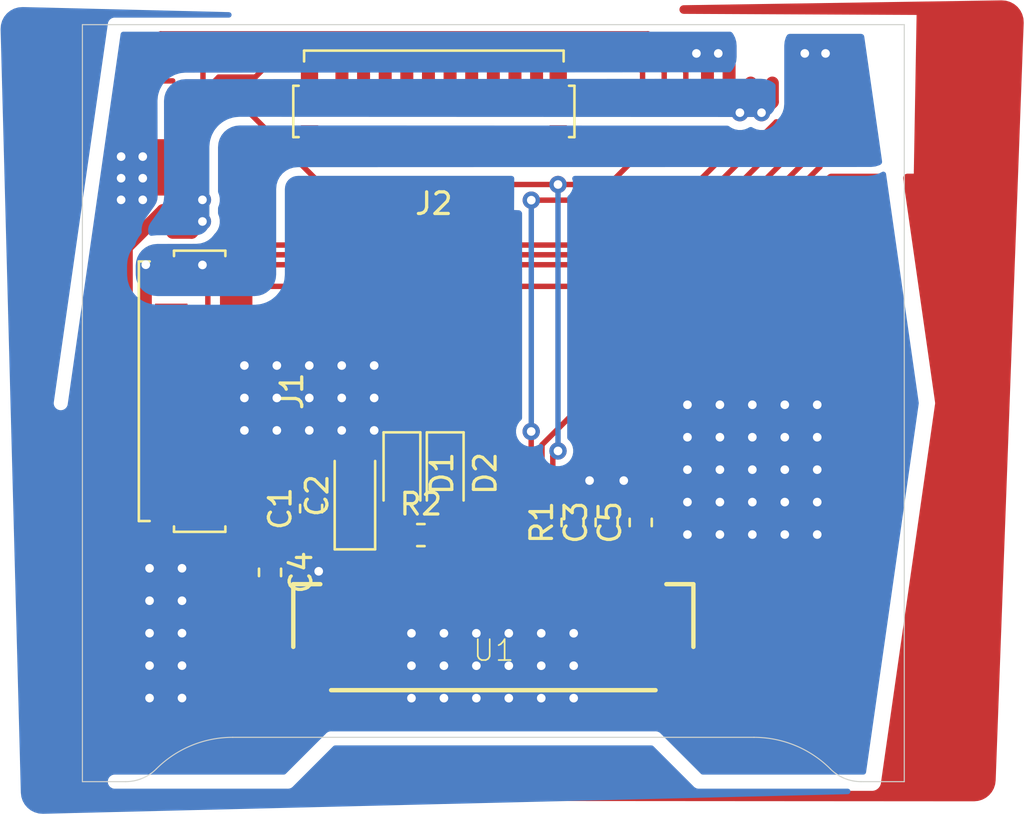
<source format=kicad_pcb>
(kicad_pcb (version 20171130) (host pcbnew 5.1.10-88a1d61d58~88~ubuntu20.04.1)

  (general
    (thickness 1.6)
    (drawings 10)
    (tracks 243)
    (zones 0)
    (modules 12)
    (nets 35)
  )

  (page A4)
  (layers
    (0 F.Cu signal)
    (31 B.Cu signal)
    (32 B.Adhes user)
    (33 F.Adhes user)
    (34 B.Paste user)
    (35 F.Paste user)
    (36 B.SilkS user)
    (37 F.SilkS user)
    (38 B.Mask user)
    (39 F.Mask user hide)
    (40 Dwgs.User user)
    (41 Cmts.User user)
    (42 Eco1.User user)
    (43 Eco2.User user)
    (44 Edge.Cuts user)
    (45 Margin user)
    (46 B.CrtYd user)
    (47 F.CrtYd user)
    (48 B.Fab user)
    (49 F.Fab user hide)
  )

  (setup
    (last_trace_width 0.25)
    (user_trace_width 0.6)
    (trace_clearance 0.2)
    (zone_clearance 0.4)
    (zone_45_only no)
    (trace_min 0.2)
    (via_size 0.8)
    (via_drill 0.4)
    (via_min_size 0.4)
    (via_min_drill 0.3)
    (uvia_size 0.3)
    (uvia_drill 0.1)
    (uvias_allowed no)
    (uvia_min_size 0.2)
    (uvia_min_drill 0.1)
    (edge_width 0.05)
    (segment_width 0.2)
    (pcb_text_width 0.3)
    (pcb_text_size 1.5 1.5)
    (mod_edge_width 0.12)
    (mod_text_size 1 1)
    (mod_text_width 0.15)
    (pad_size 1.524 1.524)
    (pad_drill 0.762)
    (pad_to_mask_clearance 0.05)
    (aux_axis_origin 122.5 67.5)
    (grid_origin 122.5 67.5)
    (visible_elements 7FFFFFFF)
    (pcbplotparams
      (layerselection 0x010cc_ffffffff)
      (usegerberextensions true)
      (usegerberattributes false)
      (usegerberadvancedattributes false)
      (creategerberjobfile false)
      (excludeedgelayer true)
      (linewidth 0.100000)
      (plotframeref false)
      (viasonmask false)
      (mode 1)
      (useauxorigin true)
      (hpglpennumber 1)
      (hpglpenspeed 20)
      (hpglpendiameter 15.000000)
      (psnegative false)
      (psa4output false)
      (plotreference true)
      (plotvalue false)
      (plotinvisibletext false)
      (padsonsilk false)
      (subtractmaskfromsilk false)
      (outputformat 1)
      (mirror false)
      (drillshape 0)
      (scaleselection 1)
      (outputdirectory "../../Gerbers/D5/"))
  )

  (net 0 "")
  (net 1 GND)
  (net 2 13V)
  (net 3 "Net-(C2-Pad1)")
  (net 4 "Net-(C3-Pad1)")
  (net 5 +3V3)
  (net 6 "Net-(C5-Pad1)")
  (net 7 "Net-(D1-Pad2)")
  (net 8 "Net-(D2-Pad2)")
  (net 9 RXD)
  (net 10 EN)
  (net 11 IO0)
  (net 12 RST)
  (net 13 DC)
  (net 14 CLK)
  (net 15 MOSI)
  (net 16 Display6_CS)
  (net 17 "Net-(R1-Pad1)")
  (net 18 "Net-(R2-Pad1)")
  (net 19 "Net-(U1-Pad29)")
  (net 20 "Net-(U1-Pad24)")
  (net 21 "Net-(U1-Pad23)")
  (net 22 "Net-(U1-Pad12)")
  (net 23 "Net-(U1-Pad6)")
  (net 24 "Net-(U1-Pad25)")
  (net 25 TXD)
  (net 26 "Net-(J2-Pad20)")
  (net 27 Display5_CS)
  (net 28 "Net-(J1-Pad10)")
  (net 29 "Net-(J1-Pad8)")
  (net 30 "Net-(J1-Pad6)")
  (net 31 "Net-(J2-Pad12)")
  (net 32 "Net-(J2-Pad14)")
  (net 33 "Net-(J2-Pad16)")
  (net 34 "Net-(J1-Pad12)")

  (net_class Default "This is the default net class."
    (clearance 0.2)
    (trace_width 0.25)
    (via_dia 0.8)
    (via_drill 0.4)
    (uvia_dia 0.3)
    (uvia_drill 0.1)
    (add_net +3V3)
    (add_net 13V)
    (add_net CLK)
    (add_net DC)
    (add_net Display5_CS)
    (add_net Display6_CS)
    (add_net EN)
    (add_net GND)
    (add_net IO0)
    (add_net MOSI)
    (add_net "Net-(C2-Pad1)")
    (add_net "Net-(C3-Pad1)")
    (add_net "Net-(C5-Pad1)")
    (add_net "Net-(D1-Pad2)")
    (add_net "Net-(D2-Pad2)")
    (add_net "Net-(J1-Pad10)")
    (add_net "Net-(J1-Pad12)")
    (add_net "Net-(J1-Pad6)")
    (add_net "Net-(J1-Pad8)")
    (add_net "Net-(J2-Pad12)")
    (add_net "Net-(J2-Pad14)")
    (add_net "Net-(J2-Pad16)")
    (add_net "Net-(J2-Pad20)")
    (add_net "Net-(R1-Pad1)")
    (add_net "Net-(R2-Pad1)")
    (add_net "Net-(U1-Pad12)")
    (add_net "Net-(U1-Pad23)")
    (add_net "Net-(U1-Pad24)")
    (add_net "Net-(U1-Pad25)")
    (add_net "Net-(U1-Pad29)")
    (add_net "Net-(U1-Pad6)")
    (add_net RST)
    (add_net RXD)
    (add_net TXD)
  )

  (module "D1(Motherboard):FH12-20S-0.5SVA" locked (layer F.Cu) (tedit 60DCCA18) (tstamp 5F7A3A35)
    (at 119.75 54.2 180)
    (path /5F705B16)
    (fp_text reference J2 (at 0 -4.075) (layer F.SilkS)
      (effects (font (size 1 1) (thickness 0.15)))
    )
    (fp_text value Conn_01x20_Female (at 0 -5.6) (layer F.Fab)
      (effects (font (size 1 1) (thickness 0.15)))
    )
    (fp_line (start 6 2.5) (end 6 3) (layer F.SilkS) (width 0.12))
    (fp_line (start 6 3) (end -6 3) (layer F.SilkS) (width 0.12))
    (fp_line (start -6 3) (end -6 2.5) (layer F.SilkS) (width 0.12))
    (fp_line (start 6.25 1.375) (end 6.5 1.375) (layer F.SilkS) (width 0.12))
    (fp_line (start 6.5 1.375) (end 6.5 -1) (layer F.SilkS) (width 0.12))
    (fp_line (start 6.5 -1) (end 6.25 -1) (layer F.SilkS) (width 0.12))
    (fp_line (start -6.25 1.375) (end -6.5 1.375) (layer F.SilkS) (width 0.12))
    (fp_line (start -6.5 1.375) (end -6.5 -1) (layer F.SilkS) (width 0.12))
    (fp_line (start -6.5 -1) (end -6.25 -1) (layer F.SilkS) (width 0.12))
    (pad NC smd rect (at 5.75 1.35 180) (size 0.8 1.8) (layers F.Cu F.Paste F.Mask))
    (pad NC smd rect (at 5.75 -1.35 180) (size 0.8 1.8) (layers F.Cu F.Paste F.Mask))
    (pad NC smd rect (at -5.75 -1.35 180) (size 0.8 1.8) (layers F.Cu F.Paste F.Mask))
    (pad NC smd rect (at -5.75 1.35 180) (size 0.8 1.8) (layers F.Cu F.Paste F.Mask))
    (pad 1 smd rect (at -4.75 1.5 180) (size 0.6 1.5) (layers F.Cu F.Paste F.Mask)
      (net 2 13V))
    (pad 3 smd rect (at -3.75 1.5 180) (size 0.6 1.5) (layers F.Cu F.Paste F.Mask)
      (net 2 13V))
    (pad 5 smd rect (at -2.75 1.5 180) (size 0.6 1.5) (layers F.Cu F.Paste F.Mask)
      (net 5 +3V3))
    (pad 7 smd rect (at -1.75 1.5 180) (size 0.6 1.5) (layers F.Cu F.Paste F.Mask)
      (net 5 +3V3))
    (pad 9 smd rect (at -0.75 1.5 180) (size 0.6 1.5) (layers F.Cu F.Paste F.Mask)
      (net 1 GND))
    (pad 11 smd rect (at 0.25 1.5 180) (size 0.6 1.5) (layers F.Cu F.Paste F.Mask)
      (net 1 GND))
    (pad 13 smd rect (at 1.25 1.5 180) (size 0.6 1.5) (layers F.Cu F.Paste F.Mask)
      (net 9 RXD))
    (pad 15 smd rect (at 2.25 1.5 180) (size 0.6 1.5) (layers F.Cu F.Paste F.Mask)
      (net 11 IO0))
    (pad 17 smd rect (at 3.25 1.5 180) (size 0.6 1.5) (layers F.Cu F.Paste F.Mask)
      (net 10 EN))
    (pad 19 smd rect (at 4.25 1.5 180) (size 0.6 1.5) (layers F.Cu F.Paste F.Mask)
      (net 25 TXD))
    (pad 20 smd rect (at 4.75 -1.5 180) (size 0.6 1.5) (layers F.Cu F.Paste F.Mask)
      (net 26 "Net-(J2-Pad20)"))
    (pad 18 smd rect (at 3.75 -1.5 180) (size 0.6 1.5) (layers F.Cu F.Paste F.Mask)
      (net 12 RST))
    (pad 16 smd rect (at 2.75 -1.5 180) (size 0.6 1.5) (layers F.Cu F.Paste F.Mask)
      (net 33 "Net-(J2-Pad16)"))
    (pad 14 smd rect (at 1.75 -1.5 180) (size 0.6 1.5) (layers F.Cu F.Paste F.Mask)
      (net 32 "Net-(J2-Pad14)"))
    (pad 12 smd rect (at 0.75 -1.5 180) (size 0.6 1.5) (layers F.Cu F.Paste F.Mask)
      (net 31 "Net-(J2-Pad12)"))
    (pad 10 smd rect (at -0.25 -1.5 180) (size 0.6 1.5) (layers F.Cu F.Paste F.Mask)
      (net 27 Display5_CS))
    (pad 8 smd rect (at -1.25 -1.5 180) (size 0.6 1.5) (layers F.Cu F.Paste F.Mask)
      (net 16 Display6_CS))
    (pad 6 smd rect (at -2.25 -1.5 180) (size 0.6 1.5) (layers F.Cu F.Paste F.Mask)
      (net 13 DC))
    (pad 4 smd rect (at -3.25 -1.5 180) (size 0.6 1.5) (layers F.Cu F.Paste F.Mask)
      (net 15 MOSI))
    (pad 2 smd rect (at -4.25 -1.5 180) (size 0.6 1.5) (layers F.Cu F.Paste F.Mask)
      (net 14 CLK))
    (model "C:/Users/Benjamin/Desktop/KiCAD Projects/OLED Cube/Resources/Wire-to-Board Connectors/687320124422 (rev1).stp"
      (offset (xyz 0 0 1.5))
      (scale (xyz 1 1 1))
      (rotate (xyz 0 0 0))
    )
    (model "/home/benjamin/Documents/KiCAD Projects/OLED Cube/Resources/Wire-to-Board Connectors/FH12-20S-0.5SV.stp"
      (offset (xyz -15.9 9 0.5))
      (scale (xyz 1 1 1))
      (rotate (xyz -90 0 90))
    )
  )

  (module "D1(Motherboard):FH12-20S-0.5SVA" locked (layer F.Cu) (tedit 60DCCA18) (tstamp 5F6FA820)
    (at 109.11 66.95 270)
    (path /5F6F78B8)
    (fp_text reference J1 (at 0 -4.075 90) (layer F.SilkS)
      (effects (font (size 1 1) (thickness 0.15)))
    )
    (fp_text value Conn_01x20_Female (at 0 -5.6 90) (layer F.Fab)
      (effects (font (size 1 1) (thickness 0.15)))
    )
    (fp_line (start 6 2.5) (end 6 3) (layer F.SilkS) (width 0.12))
    (fp_line (start 6 3) (end -6 3) (layer F.SilkS) (width 0.12))
    (fp_line (start -6 3) (end -6 2.5) (layer F.SilkS) (width 0.12))
    (fp_line (start 6.25 1.375) (end 6.5 1.375) (layer F.SilkS) (width 0.12))
    (fp_line (start 6.5 1.375) (end 6.5 -1) (layer F.SilkS) (width 0.12))
    (fp_line (start 6.5 -1) (end 6.25 -1) (layer F.SilkS) (width 0.12))
    (fp_line (start -6.25 1.375) (end -6.5 1.375) (layer F.SilkS) (width 0.12))
    (fp_line (start -6.5 1.375) (end -6.5 -1) (layer F.SilkS) (width 0.12))
    (fp_line (start -6.5 -1) (end -6.25 -1) (layer F.SilkS) (width 0.12))
    (pad NC smd rect (at 5.75 1.35 270) (size 0.8 1.8) (layers F.Cu F.Paste F.Mask))
    (pad NC smd rect (at 5.75 -1.35 270) (size 0.8 1.8) (layers F.Cu F.Paste F.Mask))
    (pad NC smd rect (at -5.75 -1.35 270) (size 0.8 1.8) (layers F.Cu F.Paste F.Mask))
    (pad NC smd rect (at -5.75 1.35 270) (size 0.8 1.8) (layers F.Cu F.Paste F.Mask))
    (pad 1 smd rect (at -4.75 1.5 270) (size 0.6 1.5) (layers F.Cu F.Paste F.Mask)
      (net 9 RXD))
    (pad 3 smd rect (at -3.75 1.5 270) (size 0.6 1.5) (layers F.Cu F.Paste F.Mask)
      (net 11 IO0))
    (pad 5 smd rect (at -2.75 1.5 270) (size 0.6 1.5) (layers F.Cu F.Paste F.Mask)
      (net 10 EN))
    (pad 7 smd rect (at -1.75 1.5 270) (size 0.6 1.5) (layers F.Cu F.Paste F.Mask)
      (net 1 GND))
    (pad 9 smd rect (at -0.75 1.5 270) (size 0.6 1.5) (layers F.Cu F.Paste F.Mask)
      (net 1 GND))
    (pad 11 smd rect (at 0.25 1.5 270) (size 0.6 1.5) (layers F.Cu F.Paste F.Mask)
      (net 1 GND))
    (pad 13 smd rect (at 1.25 1.5 270) (size 0.6 1.5) (layers F.Cu F.Paste F.Mask)
      (net 5 +3V3))
    (pad 15 smd rect (at 2.25 1.5 270) (size 0.6 1.5) (layers F.Cu F.Paste F.Mask)
      (net 5 +3V3))
    (pad 17 smd rect (at 3.25 1.5 270) (size 0.6 1.5) (layers F.Cu F.Paste F.Mask)
      (net 2 13V))
    (pad 19 smd rect (at 4.25 1.5 270) (size 0.6 1.5) (layers F.Cu F.Paste F.Mask)
      (net 2 13V))
    (pad 20 smd rect (at 4.75 -1.5 270) (size 0.6 1.5) (layers F.Cu F.Paste F.Mask)
      (net 14 CLK))
    (pad 18 smd rect (at 3.75 -1.5 270) (size 0.6 1.5) (layers F.Cu F.Paste F.Mask)
      (net 15 MOSI))
    (pad 16 smd rect (at 2.75 -1.5 270) (size 0.6 1.5) (layers F.Cu F.Paste F.Mask)
      (net 13 DC))
    (pad 14 smd rect (at 1.75 -1.5 270) (size 0.6 1.5) (layers F.Cu F.Paste F.Mask)
      (net 16 Display6_CS))
    (pad 12 smd rect (at 0.75 -1.5 270) (size 0.6 1.5) (layers F.Cu F.Paste F.Mask)
      (net 34 "Net-(J1-Pad12)"))
    (pad 10 smd rect (at -0.25 -1.5 270) (size 0.6 1.5) (layers F.Cu F.Paste F.Mask)
      (net 28 "Net-(J1-Pad10)"))
    (pad 8 smd rect (at -1.25 -1.5 270) (size 0.6 1.5) (layers F.Cu F.Paste F.Mask)
      (net 29 "Net-(J1-Pad8)"))
    (pad 6 smd rect (at -2.25 -1.5 270) (size 0.6 1.5) (layers F.Cu F.Paste F.Mask)
      (net 30 "Net-(J1-Pad6)"))
    (pad 4 smd rect (at -3.25 -1.5 270) (size 0.6 1.5) (layers F.Cu F.Paste F.Mask)
      (net 12 RST))
    (pad 2 smd rect (at -4.25 -1.5 270) (size 0.6 1.5) (layers F.Cu F.Paste F.Mask)
      (net 25 TXD))
    (model "C:/Users/Benjamin/Desktop/KiCAD Projects/OLED Cube/Resources/Wire-to-Board Connectors/687320124422 (rev1).stp"
      (offset (xyz 0 0 1.5))
      (scale (xyz 1 1 1))
      (rotate (xyz 0 0 0))
    )
    (model "/home/benjamin/Documents/KiCAD Projects/OLED Cube/Resources/Wire-to-Board Connectors/FH12-20S-0.5SV.stp"
      (offset (xyz -15.9 9 0.5))
      (scale (xyz 1 1 1))
      (rotate (xyz -90 0 90))
    )
  )

  (module "D1(Motherboard):FPC_XF2M-3015-1A" (layer F.Cu) (tedit 5F6CAD16) (tstamp 5F6FBA91)
    (at 122.5 78.5 180)
    (descr "<b>30-Pin 0.5mm FPC</b> Top+Bottom - OMRON - XF2M-3015-1A")
    (path /5F7061B4)
    (attr smd)
    (fp_text reference U1 (at 1 -1) (layer F.SilkS)
      (effects (font (size 0.9652 0.9652) (thickness 0.077216)) (justify left bottom))
    )
    (fp_text value 4DOLED-282815 (at 6.1 0.4) (layer F.Fab)
      (effects (font (size 0.9652 0.9652) (thickness 0.077216)) (justify left bottom))
    )
    (fp_line (start -9.25 -2.27) (end -9.25 2.63) (layer F.Fab) (width 0.127))
    (fp_line (start 9.25 -2.27) (end 9.25 2.63) (layer F.Fab) (width 0.127))
    (fp_line (start 9.25 -0.27) (end 9.25 2.63) (layer F.SilkS) (width 0.2032))
    (fp_line (start -9.25 -0.27) (end -9.25 2.63) (layer F.SilkS) (width 0.2032))
    (fp_line (start 7.5 -2.27) (end -7.5 -2.27) (layer F.SilkS) (width 0.2032))
    (fp_line (start 9.25 -2.27) (end -9.25 -2.27) (layer F.Fab) (width 0.2032))
    (fp_line (start 8 2.63) (end 9.25 2.63) (layer F.SilkS) (width 0.2032))
    (fp_line (start -8 2.63) (end -9.25 2.63) (layer F.SilkS) (width 0.2032))
    (fp_line (start 9.25 2.63) (end -9.25 2.63) (layer F.Fab) (width 0.2032))
    (pad 30 smd rect (at -7.25 2.63) (size 0.25 1.1) (layers F.Cu F.Paste F.Mask)
      (net 1 GND) (solder_mask_margin 0.0762))
    (pad 29 smd rect (at -6.75 2.63) (size 0.25 1.1) (layers F.Cu F.Paste F.Mask)
      (net 19 "Net-(U1-Pad29)") (solder_mask_margin 0.0762))
    (pad 28 smd rect (at -6.25 2.63) (size 0.25 1.1) (layers F.Cu F.Paste F.Mask)
      (net 1 GND) (solder_mask_margin 0.0762))
    (pad 27 smd rect (at -5.75 2.63) (size 0.25 1.1) (layers F.Cu F.Paste F.Mask)
      (net 6 "Net-(C5-Pad1)") (solder_mask_margin 0.0762))
    (pad 26 smd rect (at -5.25 2.63) (size 0.25 1.1) (layers F.Cu F.Paste F.Mask)
      (net 4 "Net-(C3-Pad1)") (solder_mask_margin 0.0762))
    (pad 25 smd rect (at -4.75 2.63) (size 0.25 1.1) (layers F.Cu F.Paste F.Mask)
      (net 24 "Net-(U1-Pad25)") (solder_mask_margin 0.0762))
    (pad 24 smd rect (at -4.25 2.63) (size 0.25 1.1) (layers F.Cu F.Paste F.Mask)
      (net 20 "Net-(U1-Pad24)") (solder_mask_margin 0.0762))
    (pad 23 smd rect (at -3.75 2.63) (size 0.25 1.1) (layers F.Cu F.Paste F.Mask)
      (net 21 "Net-(U1-Pad23)") (solder_mask_margin 0.0762))
    (pad 22 smd rect (at -3.25 2.63) (size 0.25 1.1) (layers F.Cu F.Paste F.Mask)
      (net 17 "Net-(R1-Pad1)") (solder_mask_margin 0.0762))
    (pad 21 smd rect (at -2.75 2.63) (size 0.25 1.1) (layers F.Cu F.Paste F.Mask)
      (net 12 RST) (solder_mask_margin 0.0762))
    (pad 20 smd rect (at -2.25 2.63) (size 0.25 1.1) (layers F.Cu F.Paste F.Mask)
      (net 13 DC) (solder_mask_margin 0.0762))
    (pad 19 smd rect (at -1.75 2.63) (size 0.25 1.1) (layers F.Cu F.Paste F.Mask)
      (net 27 Display5_CS) (solder_mask_margin 0.0762))
    (pad 18 smd rect (at -1.25 2.63) (size 0.25 1.1) (layers F.Cu F.Paste F.Mask)
      (net 1 GND) (solder_mask_margin 0.0762))
    (pad 17 smd rect (at -0.75 2.63) (size 0.25 1.1) (layers F.Cu F.Paste F.Mask)
      (net 1 GND) (solder_mask_margin 0.0762))
    (pad 16 smd rect (at -0.25 2.63) (size 0.25 1.1) (layers F.Cu F.Paste F.Mask)
      (net 1 GND) (solder_mask_margin 0.0762))
    (pad 15 smd rect (at 0.25 2.63) (size 0.25 1.1) (layers F.Cu F.Paste F.Mask)
      (net 1 GND) (solder_mask_margin 0.0762))
    (pad 14 smd rect (at 0.75 2.63) (size 0.25 1.1) (layers F.Cu F.Paste F.Mask)
      (net 14 CLK) (solder_mask_margin 0.0762))
    (pad 13 smd rect (at 1.25 2.63) (size 0.25 1.1) (layers F.Cu F.Paste F.Mask)
      (net 15 MOSI) (solder_mask_margin 0.0762))
    (pad 12 smd rect (at 1.75 2.63) (size 0.25 1.1) (layers F.Cu F.Paste F.Mask)
      (net 22 "Net-(U1-Pad12)") (solder_mask_margin 0.0762))
    (pad 11 smd rect (at 2.25 2.63) (size 0.25 1.1) (layers F.Cu F.Paste F.Mask)
      (net 1 GND) (solder_mask_margin 0.0762))
    (pad 10 smd rect (at 2.75 2.63) (size 0.25 1.1) (layers F.Cu F.Paste F.Mask)
      (net 1 GND) (solder_mask_margin 0.0762))
    (pad 9 smd rect (at 3.25 2.63) (size 0.25 1.1) (layers F.Cu F.Paste F.Mask)
      (net 1 GND) (solder_mask_margin 0.0762))
    (pad 8 smd rect (at 3.75 2.63) (size 0.25 1.1) (layers F.Cu F.Paste F.Mask)
      (net 1 GND) (solder_mask_margin 0.0762))
    (pad 7 smd rect (at 4.25 2.63) (size 0.25 1.1) (layers F.Cu F.Paste F.Mask)
      (net 1 GND) (solder_mask_margin 0.0762))
    (pad 6 smd rect (at 4.75 2.63) (size 0.25 1.1) (layers F.Cu F.Paste F.Mask)
      (net 23 "Net-(U1-Pad6)") (solder_mask_margin 0.0762))
    (pad 5 smd rect (at 5.25 2.63) (size 0.25 1.1) (layers F.Cu F.Paste F.Mask)
      (net 18 "Net-(R2-Pad1)") (solder_mask_margin 0.0762))
    (pad 4 smd rect (at 5.75 2.63) (size 0.25 1.1) (layers F.Cu F.Paste F.Mask)
      (net 5 +3V3) (solder_mask_margin 0.0762))
    (pad 2 smd rect (at 6.75 2.63) (size 0.25 1.1) (layers F.Cu F.Paste F.Mask)
      (net 2 13V) (solder_mask_margin 0.0762))
    (pad 1 smd rect (at 7.25 2.63) (size 0.25 1.1) (layers F.Cu F.Paste F.Mask)
      (net 1 GND) (solder_mask_margin 0.0762))
    (pad 3 smd rect (at 6.25 2.63) (size 0.25 1.1) (layers F.Cu F.Paste F.Mask)
      (net 3 "Net-(C2-Pad1)") (solder_mask_margin 0.0762))
    (pad SUPPORT2 smd rect (at -8.9 -1.27) (size 1.7 1.5) (layers F.Cu F.Paste F.Mask)
      (solder_mask_margin 0.0762))
    (pad SUPPORT1 smd rect (at 8.9 -1.27) (size 1.7 1.5) (layers F.Cu F.Paste F.Mask)
      (solder_mask_margin 0.0762))
    (model "C:/Users/Benjamin/Desktop/KiCAD Projects/OLED Cube/Resources/Wire-to-Board Connectors/XF2M_3015_1A.step"
      (offset (xyz 0 2.25 0))
      (scale (xyz 1 1 1))
      (rotate (xyz -90 0 180))
    )
  )

  (module Capacitor_Tantalum_SMD:CP_EIA-3216-18_Kemet-A_Pad1.58x1.35mm_HandSolder (layer F.Cu) (tedit 5B301BBE) (tstamp 5F6FA798)
    (at 116.1 71.775 90)
    (descr "Tantalum Capacitor SMD Kemet-A (3216-18 Metric), IPC_7351 nominal, (Body size from: http://www.kemet.com/Lists/ProductCatalog/Attachments/253/KEM_TC101_STD.pdf), generated with kicad-footprint-generator")
    (tags "capacitor tantalum")
    (path /5F70A989)
    (attr smd)
    (fp_text reference C2 (at 0 -1.75 90) (layer F.SilkS)
      (effects (font (size 1 1) (thickness 0.15)))
    )
    (fp_text value 4.7u (at 0 1.75 90) (layer F.Fab)
      (effects (font (size 1 1) (thickness 0.15)))
    )
    (fp_line (start 2.48 1.05) (end -2.48 1.05) (layer F.CrtYd) (width 0.05))
    (fp_line (start 2.48 -1.05) (end 2.48 1.05) (layer F.CrtYd) (width 0.05))
    (fp_line (start -2.48 -1.05) (end 2.48 -1.05) (layer F.CrtYd) (width 0.05))
    (fp_line (start -2.48 1.05) (end -2.48 -1.05) (layer F.CrtYd) (width 0.05))
    (fp_line (start -2.485 0.935) (end 1.6 0.935) (layer F.SilkS) (width 0.12))
    (fp_line (start -2.485 -0.935) (end -2.485 0.935) (layer F.SilkS) (width 0.12))
    (fp_line (start 1.6 -0.935) (end -2.485 -0.935) (layer F.SilkS) (width 0.12))
    (fp_line (start 1.6 0.8) (end 1.6 -0.8) (layer F.Fab) (width 0.1))
    (fp_line (start -1.6 0.8) (end 1.6 0.8) (layer F.Fab) (width 0.1))
    (fp_line (start -1.6 -0.4) (end -1.6 0.8) (layer F.Fab) (width 0.1))
    (fp_line (start -1.2 -0.8) (end -1.6 -0.4) (layer F.Fab) (width 0.1))
    (fp_line (start 1.6 -0.8) (end -1.2 -0.8) (layer F.Fab) (width 0.1))
    (fp_text user %R (at 0 0 90) (layer F.Fab)
      (effects (font (size 0.8 0.8) (thickness 0.12)))
    )
    (pad 2 smd roundrect (at 1.4375 0 90) (size 1.575 1.35) (layers F.Cu F.Paste F.Mask) (roundrect_rratio 0.185185)
      (net 1 GND))
    (pad 1 smd roundrect (at -1.4375 0 90) (size 1.575 1.35) (layers F.Cu F.Paste F.Mask) (roundrect_rratio 0.185185)
      (net 3 "Net-(C2-Pad1)"))
    (model ${KISYS3DMOD}/Capacitor_Tantalum_SMD.3dshapes/CP_EIA-3216-18_Kemet-A.wrl
      (at (xyz 0 0 0))
      (scale (xyz 1 1 1))
      (rotate (xyz 0 0 0))
    )
  )

  (module Resistor_SMD:R_0603_1608Metric_Pad1.05x0.95mm_HandSolder placed (layer F.Cu) (tedit 5B301BBD) (tstamp 5F6FA867)
    (at 119.15 73.6)
    (descr "Resistor SMD 0603 (1608 Metric), square (rectangular) end terminal, IPC_7351 nominal with elongated pad for handsoldering. (Body size source: http://www.tortai-tech.com/upload/download/2011102023233369053.pdf), generated with kicad-footprint-generator")
    (tags "resistor handsolder")
    (path /5F7078FF)
    (attr smd)
    (fp_text reference R2 (at 0 -1.43) (layer F.SilkS)
      (effects (font (size 1 1) (thickness 0.15)))
    )
    (fp_text value 50R (at 0 1.43) (layer F.Fab)
      (effects (font (size 1 1) (thickness 0.15)))
    )
    (fp_line (start 1.65 0.73) (end -1.65 0.73) (layer F.CrtYd) (width 0.05))
    (fp_line (start 1.65 -0.73) (end 1.65 0.73) (layer F.CrtYd) (width 0.05))
    (fp_line (start -1.65 -0.73) (end 1.65 -0.73) (layer F.CrtYd) (width 0.05))
    (fp_line (start -1.65 0.73) (end -1.65 -0.73) (layer F.CrtYd) (width 0.05))
    (fp_line (start -0.171267 0.51) (end 0.171267 0.51) (layer F.SilkS) (width 0.12))
    (fp_line (start -0.171267 -0.51) (end 0.171267 -0.51) (layer F.SilkS) (width 0.12))
    (fp_line (start 0.8 0.4) (end -0.8 0.4) (layer F.Fab) (width 0.1))
    (fp_line (start 0.8 -0.4) (end 0.8 0.4) (layer F.Fab) (width 0.1))
    (fp_line (start -0.8 -0.4) (end 0.8 -0.4) (layer F.Fab) (width 0.1))
    (fp_line (start -0.8 0.4) (end -0.8 -0.4) (layer F.Fab) (width 0.1))
    (fp_text user %R (at 0 0) (layer F.Fab)
      (effects (font (size 0.4 0.4) (thickness 0.06)))
    )
    (pad 2 smd roundrect (at 0.875 0) (size 1.05 0.95) (layers F.Cu F.Paste F.Mask) (roundrect_rratio 0.25)
      (net 8 "Net-(D2-Pad2)"))
    (pad 1 smd roundrect (at -0.875 0) (size 1.05 0.95) (layers F.Cu F.Paste F.Mask) (roundrect_rratio 0.25)
      (net 18 "Net-(R2-Pad1)"))
    (model ${KISYS3DMOD}/Resistor_SMD.3dshapes/R_0603_1608Metric.wrl
      (at (xyz 0 0 0))
      (scale (xyz 1 1 1))
      (rotate (xyz 0 0 0))
    )
  )

  (module Resistor_SMD:R_0603_1608Metric_Pad1.05x0.95mm_HandSolder placed (layer F.Cu) (tedit 5B301BBD) (tstamp 5F6FA856)
    (at 126.165 73.015 90)
    (descr "Resistor SMD 0603 (1608 Metric), square (rectangular) end terminal, IPC_7351 nominal with elongated pad for handsoldering. (Body size source: http://www.tortai-tech.com/upload/download/2011102023233369053.pdf), generated with kicad-footprint-generator")
    (tags "resistor handsolder")
    (path /5F7351EB)
    (attr smd)
    (fp_text reference R1 (at 0 -1.43 90) (layer F.SilkS)
      (effects (font (size 1 1) (thickness 0.15)))
    )
    (fp_text value 560k (at 0 1.43 90) (layer F.Fab)
      (effects (font (size 1 1) (thickness 0.15)))
    )
    (fp_line (start 1.65 0.73) (end -1.65 0.73) (layer F.CrtYd) (width 0.05))
    (fp_line (start 1.65 -0.73) (end 1.65 0.73) (layer F.CrtYd) (width 0.05))
    (fp_line (start -1.65 -0.73) (end 1.65 -0.73) (layer F.CrtYd) (width 0.05))
    (fp_line (start -1.65 0.73) (end -1.65 -0.73) (layer F.CrtYd) (width 0.05))
    (fp_line (start -0.171267 0.51) (end 0.171267 0.51) (layer F.SilkS) (width 0.12))
    (fp_line (start -0.171267 -0.51) (end 0.171267 -0.51) (layer F.SilkS) (width 0.12))
    (fp_line (start 0.8 0.4) (end -0.8 0.4) (layer F.Fab) (width 0.1))
    (fp_line (start 0.8 -0.4) (end 0.8 0.4) (layer F.Fab) (width 0.1))
    (fp_line (start -0.8 -0.4) (end 0.8 -0.4) (layer F.Fab) (width 0.1))
    (fp_line (start -0.8 0.4) (end -0.8 -0.4) (layer F.Fab) (width 0.1))
    (fp_text user %R (at 0 0 90) (layer F.Fab)
      (effects (font (size 0.4 0.4) (thickness 0.06)))
    )
    (pad 2 smd roundrect (at 0.875 0 90) (size 1.05 0.95) (layers F.Cu F.Paste F.Mask) (roundrect_rratio 0.25)
      (net 1 GND))
    (pad 1 smd roundrect (at -0.875 0 90) (size 1.05 0.95) (layers F.Cu F.Paste F.Mask) (roundrect_rratio 0.25)
      (net 17 "Net-(R1-Pad1)"))
    (model ${KISYS3DMOD}/Resistor_SMD.3dshapes/R_0603_1608Metric.wrl
      (at (xyz 0 0 0))
      (scale (xyz 1 1 1))
      (rotate (xyz 0 0 0))
    )
  )

  (module Diode_SMD:D_SOD-323_HandSoldering placed (layer F.Cu) (tedit 58641869) (tstamp 5F6FA7FB)
    (at 120.275 70.75 270)
    (descr SOD-323)
    (tags SOD-323)
    (path /5F7067CC)
    (attr smd)
    (fp_text reference D2 (at 0 -1.85 90) (layer F.SilkS)
      (effects (font (size 1 1) (thickness 0.15)))
    )
    (fp_text value 1N4148 (at 0.1 1.9 90) (layer F.Fab)
      (effects (font (size 1 1) (thickness 0.15)))
    )
    (fp_line (start -1.9 -0.85) (end 1.25 -0.85) (layer F.SilkS) (width 0.12))
    (fp_line (start -1.9 0.85) (end 1.25 0.85) (layer F.SilkS) (width 0.12))
    (fp_line (start -2 -0.95) (end -2 0.95) (layer F.CrtYd) (width 0.05))
    (fp_line (start -2 0.95) (end 2 0.95) (layer F.CrtYd) (width 0.05))
    (fp_line (start 2 -0.95) (end 2 0.95) (layer F.CrtYd) (width 0.05))
    (fp_line (start -2 -0.95) (end 2 -0.95) (layer F.CrtYd) (width 0.05))
    (fp_line (start -0.9 -0.7) (end 0.9 -0.7) (layer F.Fab) (width 0.1))
    (fp_line (start 0.9 -0.7) (end 0.9 0.7) (layer F.Fab) (width 0.1))
    (fp_line (start 0.9 0.7) (end -0.9 0.7) (layer F.Fab) (width 0.1))
    (fp_line (start -0.9 0.7) (end -0.9 -0.7) (layer F.Fab) (width 0.1))
    (fp_line (start -0.3 -0.35) (end -0.3 0.35) (layer F.Fab) (width 0.1))
    (fp_line (start -0.3 0) (end -0.5 0) (layer F.Fab) (width 0.1))
    (fp_line (start -0.3 0) (end 0.2 -0.35) (layer F.Fab) (width 0.1))
    (fp_line (start 0.2 -0.35) (end 0.2 0.35) (layer F.Fab) (width 0.1))
    (fp_line (start 0.2 0.35) (end -0.3 0) (layer F.Fab) (width 0.1))
    (fp_line (start 0.2 0) (end 0.45 0) (layer F.Fab) (width 0.1))
    (fp_line (start -1.9 -0.85) (end -1.9 0.85) (layer F.SilkS) (width 0.12))
    (fp_text user %R (at 0 -1.85 90) (layer F.Fab)
      (effects (font (size 1 1) (thickness 0.15)))
    )
    (pad 2 smd rect (at 1.25 0 270) (size 1 1) (layers F.Cu F.Paste F.Mask)
      (net 8 "Net-(D2-Pad2)"))
    (pad 1 smd rect (at -1.25 0 270) (size 1 1) (layers F.Cu F.Paste F.Mask)
      (net 7 "Net-(D1-Pad2)"))
    (model ${KISYS3DMOD}/Diode_SMD.3dshapes/D_SOD-323.wrl
      (at (xyz 0 0 0))
      (scale (xyz 1 1 1))
      (rotate (xyz 0 0 0))
    )
  )

  (module Diode_SMD:D_SOD-323_HandSoldering placed (layer F.Cu) (tedit 58641869) (tstamp 5F6FA7E3)
    (at 118.275 70.75 270)
    (descr SOD-323)
    (tags SOD-323)
    (path /5F7128B0)
    (attr smd)
    (fp_text reference D1 (at 0 -1.85 90) (layer F.SilkS)
      (effects (font (size 1 1) (thickness 0.15)))
    )
    (fp_text value 1N4148 (at 0.1 1.9 90) (layer F.Fab)
      (effects (font (size 1 1) (thickness 0.15)))
    )
    (fp_line (start -1.9 -0.85) (end 1.25 -0.85) (layer F.SilkS) (width 0.12))
    (fp_line (start -1.9 0.85) (end 1.25 0.85) (layer F.SilkS) (width 0.12))
    (fp_line (start -2 -0.95) (end -2 0.95) (layer F.CrtYd) (width 0.05))
    (fp_line (start -2 0.95) (end 2 0.95) (layer F.CrtYd) (width 0.05))
    (fp_line (start 2 -0.95) (end 2 0.95) (layer F.CrtYd) (width 0.05))
    (fp_line (start -2 -0.95) (end 2 -0.95) (layer F.CrtYd) (width 0.05))
    (fp_line (start -0.9 -0.7) (end 0.9 -0.7) (layer F.Fab) (width 0.1))
    (fp_line (start 0.9 -0.7) (end 0.9 0.7) (layer F.Fab) (width 0.1))
    (fp_line (start 0.9 0.7) (end -0.9 0.7) (layer F.Fab) (width 0.1))
    (fp_line (start -0.9 0.7) (end -0.9 -0.7) (layer F.Fab) (width 0.1))
    (fp_line (start -0.3 -0.35) (end -0.3 0.35) (layer F.Fab) (width 0.1))
    (fp_line (start -0.3 0) (end -0.5 0) (layer F.Fab) (width 0.1))
    (fp_line (start -0.3 0) (end 0.2 -0.35) (layer F.Fab) (width 0.1))
    (fp_line (start 0.2 -0.35) (end 0.2 0.35) (layer F.Fab) (width 0.1))
    (fp_line (start 0.2 0.35) (end -0.3 0) (layer F.Fab) (width 0.1))
    (fp_line (start 0.2 0) (end 0.45 0) (layer F.Fab) (width 0.1))
    (fp_line (start -1.9 -0.85) (end -1.9 0.85) (layer F.SilkS) (width 0.12))
    (fp_text user %R (at 0 -1.85 90) (layer F.Fab)
      (effects (font (size 1 1) (thickness 0.15)))
    )
    (pad 2 smd rect (at 1.25 0 270) (size 1 1) (layers F.Cu F.Paste F.Mask)
      (net 7 "Net-(D1-Pad2)"))
    (pad 1 smd rect (at -1.25 0 270) (size 1 1) (layers F.Cu F.Paste F.Mask)
      (net 1 GND))
    (model ${KISYS3DMOD}/Diode_SMD.3dshapes/D_SOD-323.wrl
      (at (xyz 0 0 0))
      (scale (xyz 1 1 1))
      (rotate (xyz 0 0 0))
    )
  )

  (module Capacitor_SMD:C_0603_1608Metric_Pad1.05x0.95mm_HandSolder placed (layer F.Cu) (tedit 5B301BBE) (tstamp 5F6FA7CB)
    (at 129.315 73.015 90)
    (descr "Capacitor SMD 0603 (1608 Metric), square (rectangular) end terminal, IPC_7351 nominal with elongated pad for handsoldering. (Body size source: http://www.tortai-tech.com/upload/download/2011102023233369053.pdf), generated with kicad-footprint-generator")
    (tags "capacitor handsolder")
    (path /5F730DDB)
    (attr smd)
    (fp_text reference C5 (at 0 -1.43 90) (layer F.SilkS)
      (effects (font (size 1 1) (thickness 0.15)))
    )
    (fp_text value 10u (at 0 1.43 90) (layer F.Fab)
      (effects (font (size 1 1) (thickness 0.15)))
    )
    (fp_line (start 1.65 0.73) (end -1.65 0.73) (layer F.CrtYd) (width 0.05))
    (fp_line (start 1.65 -0.73) (end 1.65 0.73) (layer F.CrtYd) (width 0.05))
    (fp_line (start -1.65 -0.73) (end 1.65 -0.73) (layer F.CrtYd) (width 0.05))
    (fp_line (start -1.65 0.73) (end -1.65 -0.73) (layer F.CrtYd) (width 0.05))
    (fp_line (start -0.171267 0.51) (end 0.171267 0.51) (layer F.SilkS) (width 0.12))
    (fp_line (start -0.171267 -0.51) (end 0.171267 -0.51) (layer F.SilkS) (width 0.12))
    (fp_line (start 0.8 0.4) (end -0.8 0.4) (layer F.Fab) (width 0.1))
    (fp_line (start 0.8 -0.4) (end 0.8 0.4) (layer F.Fab) (width 0.1))
    (fp_line (start -0.8 -0.4) (end 0.8 -0.4) (layer F.Fab) (width 0.1))
    (fp_line (start -0.8 0.4) (end -0.8 -0.4) (layer F.Fab) (width 0.1))
    (fp_text user %R (at 0 0 90) (layer F.Fab)
      (effects (font (size 0.4 0.4) (thickness 0.06)))
    )
    (pad 2 smd roundrect (at 0.875 0 90) (size 1.05 0.95) (layers F.Cu F.Paste F.Mask) (roundrect_rratio 0.25)
      (net 1 GND))
    (pad 1 smd roundrect (at -0.875 0 90) (size 1.05 0.95) (layers F.Cu F.Paste F.Mask) (roundrect_rratio 0.25)
      (net 6 "Net-(C5-Pad1)"))
    (model ${KISYS3DMOD}/Capacitor_SMD.3dshapes/C_0603_1608Metric.wrl
      (at (xyz 0 0 0))
      (scale (xyz 1 1 1))
      (rotate (xyz 0 0 0))
    )
  )

  (module Capacitor_SMD:C_0603_1608Metric_Pad1.05x0.95mm_HandSolder placed (layer F.Cu) (tedit 5B301BBE) (tstamp 5F6FA7BA)
    (at 112.175 75.324999 270)
    (descr "Capacitor SMD 0603 (1608 Metric), square (rectangular) end terminal, IPC_7351 nominal with elongated pad for handsoldering. (Body size source: http://www.tortai-tech.com/upload/download/2011102023233369053.pdf), generated with kicad-footprint-generator")
    (tags "capacitor handsolder")
    (path /5F70A69C)
    (attr smd)
    (fp_text reference C4 (at 0 -1.43 90) (layer F.SilkS)
      (effects (font (size 1 1) (thickness 0.15)))
    )
    (fp_text value 1u (at 0 1.43 90) (layer F.Fab)
      (effects (font (size 1 1) (thickness 0.15)))
    )
    (fp_line (start 1.65 0.73) (end -1.65 0.73) (layer F.CrtYd) (width 0.05))
    (fp_line (start 1.65 -0.73) (end 1.65 0.73) (layer F.CrtYd) (width 0.05))
    (fp_line (start -1.65 -0.73) (end 1.65 -0.73) (layer F.CrtYd) (width 0.05))
    (fp_line (start -1.65 0.73) (end -1.65 -0.73) (layer F.CrtYd) (width 0.05))
    (fp_line (start -0.171267 0.51) (end 0.171267 0.51) (layer F.SilkS) (width 0.12))
    (fp_line (start -0.171267 -0.51) (end 0.171267 -0.51) (layer F.SilkS) (width 0.12))
    (fp_line (start 0.8 0.4) (end -0.8 0.4) (layer F.Fab) (width 0.1))
    (fp_line (start 0.8 -0.4) (end 0.8 0.4) (layer F.Fab) (width 0.1))
    (fp_line (start -0.8 -0.4) (end 0.8 -0.4) (layer F.Fab) (width 0.1))
    (fp_line (start -0.8 0.4) (end -0.8 -0.4) (layer F.Fab) (width 0.1))
    (fp_text user %R (at 0 0 90) (layer F.Fab)
      (effects (font (size 0.4 0.4) (thickness 0.06)))
    )
    (pad 2 smd roundrect (at 0.875 0 270) (size 1.05 0.95) (layers F.Cu F.Paste F.Mask) (roundrect_rratio 0.25)
      (net 1 GND))
    (pad 1 smd roundrect (at -0.875 0 270) (size 1.05 0.95) (layers F.Cu F.Paste F.Mask) (roundrect_rratio 0.25)
      (net 5 +3V3))
    (model ${KISYS3DMOD}/Capacitor_SMD.3dshapes/C_0603_1608Metric.wrl
      (at (xyz 0 0 0))
      (scale (xyz 1 1 1))
      (rotate (xyz 0 0 0))
    )
  )

  (module Capacitor_SMD:C_0603_1608Metric_Pad1.05x0.95mm_HandSolder placed (layer F.Cu) (tedit 5B301BBE) (tstamp 5F6FA7A9)
    (at 127.74 73.015 90)
    (descr "Capacitor SMD 0603 (1608 Metric), square (rectangular) end terminal, IPC_7351 nominal with elongated pad for handsoldering. (Body size source: http://www.tortai-tech.com/upload/download/2011102023233369053.pdf), generated with kicad-footprint-generator")
    (tags "capacitor handsolder")
    (path /5F734177)
    (attr smd)
    (fp_text reference C3 (at 0 -1.43 90) (layer F.SilkS)
      (effects (font (size 1 1) (thickness 0.15)))
    )
    (fp_text value 0.1u (at 0 1.43 90) (layer F.Fab)
      (effects (font (size 1 1) (thickness 0.15)))
    )
    (fp_line (start 1.65 0.73) (end -1.65 0.73) (layer F.CrtYd) (width 0.05))
    (fp_line (start 1.65 -0.73) (end 1.65 0.73) (layer F.CrtYd) (width 0.05))
    (fp_line (start -1.65 -0.73) (end 1.65 -0.73) (layer F.CrtYd) (width 0.05))
    (fp_line (start -1.65 0.73) (end -1.65 -0.73) (layer F.CrtYd) (width 0.05))
    (fp_line (start -0.171267 0.51) (end 0.171267 0.51) (layer F.SilkS) (width 0.12))
    (fp_line (start -0.171267 -0.51) (end 0.171267 -0.51) (layer F.SilkS) (width 0.12))
    (fp_line (start 0.8 0.4) (end -0.8 0.4) (layer F.Fab) (width 0.1))
    (fp_line (start 0.8 -0.4) (end 0.8 0.4) (layer F.Fab) (width 0.1))
    (fp_line (start -0.8 -0.4) (end 0.8 -0.4) (layer F.Fab) (width 0.1))
    (fp_line (start -0.8 0.4) (end -0.8 -0.4) (layer F.Fab) (width 0.1))
    (fp_text user %R (at 0 0 90) (layer F.Fab)
      (effects (font (size 0.4 0.4) (thickness 0.06)))
    )
    (pad 2 smd roundrect (at 0.875 0 90) (size 1.05 0.95) (layers F.Cu F.Paste F.Mask) (roundrect_rratio 0.25)
      (net 1 GND))
    (pad 1 smd roundrect (at -0.875 0 90) (size 1.05 0.95) (layers F.Cu F.Paste F.Mask) (roundrect_rratio 0.25)
      (net 4 "Net-(C3-Pad1)"))
    (model ${KISYS3DMOD}/Capacitor_SMD.3dshapes/C_0603_1608Metric.wrl
      (at (xyz 0 0 0))
      (scale (xyz 1 1 1))
      (rotate (xyz 0 0 0))
    )
  )

  (module Capacitor_SMD:C_0603_1608Metric_Pad1.05x0.95mm_HandSolder placed (layer F.Cu) (tedit 5B301BBE) (tstamp 5F6FA787)
    (at 114.075 72.375 90)
    (descr "Capacitor SMD 0603 (1608 Metric), square (rectangular) end terminal, IPC_7351 nominal with elongated pad for handsoldering. (Body size source: http://www.tortai-tech.com/upload/download/2011102023233369053.pdf), generated with kicad-footprint-generator")
    (tags "capacitor handsolder")
    (path /5F709917)
    (attr smd)
    (fp_text reference C1 (at 0 -1.43 90) (layer F.SilkS)
      (effects (font (size 1 1) (thickness 0.15)))
    )
    (fp_text value 10u (at 0 1.43 90) (layer F.Fab)
      (effects (font (size 1 1) (thickness 0.15)))
    )
    (fp_line (start 1.65 0.73) (end -1.65 0.73) (layer F.CrtYd) (width 0.05))
    (fp_line (start 1.65 -0.73) (end 1.65 0.73) (layer F.CrtYd) (width 0.05))
    (fp_line (start -1.65 -0.73) (end 1.65 -0.73) (layer F.CrtYd) (width 0.05))
    (fp_line (start -1.65 0.73) (end -1.65 -0.73) (layer F.CrtYd) (width 0.05))
    (fp_line (start -0.171267 0.51) (end 0.171267 0.51) (layer F.SilkS) (width 0.12))
    (fp_line (start -0.171267 -0.51) (end 0.171267 -0.51) (layer F.SilkS) (width 0.12))
    (fp_line (start 0.8 0.4) (end -0.8 0.4) (layer F.Fab) (width 0.1))
    (fp_line (start 0.8 -0.4) (end 0.8 0.4) (layer F.Fab) (width 0.1))
    (fp_line (start -0.8 -0.4) (end 0.8 -0.4) (layer F.Fab) (width 0.1))
    (fp_line (start -0.8 0.4) (end -0.8 -0.4) (layer F.Fab) (width 0.1))
    (fp_text user %R (at 0 0 90) (layer F.Fab)
      (effects (font (size 0.4 0.4) (thickness 0.06)))
    )
    (pad 2 smd roundrect (at 0.875 0 90) (size 1.05 0.95) (layers F.Cu F.Paste F.Mask) (roundrect_rratio 0.25)
      (net 1 GND))
    (pad 1 smd roundrect (at -0.875 0 90) (size 1.05 0.95) (layers F.Cu F.Paste F.Mask) (roundrect_rratio 0.25)
      (net 2 13V))
    (model ${KISYS3DMOD}/Capacitor_SMD.3dshapes/C_0603_1608Metric.wrl
      (at (xyz 0 0 0))
      (scale (xyz 1 1 1))
      (rotate (xyz 0 0 0))
    )
  )

  (gr_arc (start 134.55261 87.946492) (end 138.085151 84.413951) (angle -45) (layer Edge.Cuts) (width 0.05) (tstamp 60DC744F))
  (gr_arc (start 139.5 82.999101) (end 138.085151 84.413951) (angle -45) (layer Edge.Cuts) (width 0.05) (tstamp 60DC7444))
  (gr_arc (start 110.44739 87.946491) (end 110.44739 82.950723) (angle -45) (layer Edge.Cuts) (width 0.05))
  (gr_arc (start 105.5 82.999101) (end 105.5 85) (angle -45) (layer Edge.Cuts) (width 0.05))
  (gr_line (start 134.55261 82.950725) (end 110.44739 82.950723) (layer Edge.Cuts) (width 0.05))
  (gr_line (start 105.5 85) (end 103.5 85) (layer Edge.Cuts) (width 0.05) (tstamp 5F6FA288))
  (gr_line (start 103.5 85) (end 103.5 50) (layer Edge.Cuts) (width 0.05) (tstamp 5F6FA16D))
  (gr_line (start 141.5 85) (end 139.5 85) (layer Edge.Cuts) (width 0.05))
  (gr_line (start 141.5 50) (end 141.5 85) (layer Edge.Cuts) (width 0.05))
  (gr_line (start 103.5 50) (end 141.5 50) (layer Edge.Cuts) (width 0.05))

  (via (at 110.99 65.76) (size 0.8) (drill 0.4) (layers F.Cu B.Cu) (net 29))
  (via (at 112.49 65.76) (size 0.8) (drill 0.4) (layers F.Cu B.Cu) (net 1) (tstamp 5F81D6E9))
  (via (at 113.99 65.76) (size 0.8) (drill 0.4) (layers F.Cu B.Cu) (net 1) (tstamp 5F81D6EB))
  (via (at 115.49 65.76) (size 0.8) (drill 0.4) (layers F.Cu B.Cu) (net 1) (tstamp 5F81D6ED))
  (via (at 116.99 65.76) (size 0.8) (drill 0.4) (layers F.Cu B.Cu) (net 1) (tstamp 5F81D6EF))
  (via (at 110.99 67.26) (size 0.8) (drill 0.4) (layers F.Cu B.Cu) (net 1) (tstamp 5F81D6F1))
  (via (at 112.49 67.26) (size 0.8) (drill 0.4) (layers F.Cu B.Cu) (net 1) (tstamp 5F81D6F3))
  (via (at 113.99 67.26) (size 0.8) (drill 0.4) (layers F.Cu B.Cu) (net 1) (tstamp 5F81D6F5))
  (via (at 115.49 67.26) (size 0.8) (drill 0.4) (layers F.Cu B.Cu) (net 1) (tstamp 5F81D6F7))
  (via (at 116.99 67.26) (size 0.8) (drill 0.4) (layers F.Cu B.Cu) (net 1) (tstamp 5F81D6F9))
  (via (at 110.99 68.76) (size 0.8) (drill 0.4) (layers F.Cu B.Cu) (net 16) (tstamp 5F81D6FB))
  (via (at 112.49 68.76) (size 0.8) (drill 0.4) (layers F.Cu B.Cu) (net 1) (tstamp 5F81D6FD))
  (via (at 113.99 68.76) (size 0.8) (drill 0.4) (layers F.Cu B.Cu) (net 1) (tstamp 5F81D6FF))
  (via (at 115.49 68.76) (size 0.8) (drill 0.4) (layers F.Cu B.Cu) (net 1) (tstamp 5F81D701))
  (via (at 116.99 68.76) (size 0.8) (drill 0.4) (layers F.Cu B.Cu) (net 1) (tstamp 5F81D703))
  (via (at 118.715 78.14) (size 0.8) (drill 0.4) (layers F.Cu B.Cu) (net 1) (tstamp 5F81D811))
  (via (at 114.425 75.275) (size 0.8) (drill 0.4) (layers F.Cu B.Cu) (net 1))
  (segment (start 115.25 75.55) (end 115.25 75.87) (width 0.25) (layer F.Cu) (net 1))
  (segment (start 114.425 75.275) (end 114.975 75.275) (width 0.25) (layer F.Cu) (net 1))
  (segment (start 114.975 75.275) (end 115.25 75.55) (width 0.25) (layer F.Cu) (net 1))
  (segment (start 119.75 75.87) (end 120.124999 75.87) (width 0.6) (layer F.Cu) (net 1))
  (segment (start 118.75 75.87) (end 118.375001 75.87) (width 0.6) (layer F.Cu) (net 1))
  (segment (start 122.75 75.87) (end 122.37501 75.87) (width 0.6) (layer F.Cu) (net 1))
  (segment (start 123.25 75.87) (end 123.62499 75.87) (width 0.6) (layer F.Cu) (net 1))
  (via (at 131.475 67.575) (size 0.8) (drill 0.4) (layers F.Cu B.Cu) (net 1))
  (via (at 132.975 67.575) (size 0.8) (drill 0.4) (layers F.Cu B.Cu) (net 1) (tstamp 5F81D8EF))
  (via (at 134.475 67.575) (size 0.8) (drill 0.4) (layers F.Cu B.Cu) (net 1) (tstamp 5F81D8F1))
  (via (at 135.975 67.575) (size 0.8) (drill 0.4) (layers F.Cu B.Cu) (net 1) (tstamp 5F81D8F3))
  (via (at 137.475 67.575) (size 0.8) (drill 0.4) (layers F.Cu B.Cu) (net 1) (tstamp 5F81D8F5))
  (via (at 131.475 69.075) (size 0.8) (drill 0.4) (layers F.Cu B.Cu) (net 1) (tstamp 5FAFF07A))
  (via (at 132.975 69.075) (size 0.8) (drill 0.4) (layers F.Cu B.Cu) (net 1) (tstamp 5F81D8F9))
  (via (at 134.475 69.075) (size 0.8) (drill 0.4) (layers F.Cu B.Cu) (net 1) (tstamp 5F81D8FB))
  (via (at 135.975 69.075) (size 0.8) (drill 0.4) (layers F.Cu B.Cu) (net 1) (tstamp 5F81D8FD))
  (via (at 137.475 69.075) (size 0.8) (drill 0.4) (layers F.Cu B.Cu) (net 1) (tstamp 5F81D8FF))
  (via (at 131.475 70.575) (size 0.8) (drill 0.4) (layers F.Cu B.Cu) (net 1) (tstamp 5F81D901))
  (via (at 132.975 70.575) (size 0.8) (drill 0.4) (layers F.Cu B.Cu) (net 1) (tstamp 5F81D903))
  (via (at 134.475 70.575) (size 0.8) (drill 0.4) (layers F.Cu B.Cu) (net 1) (tstamp 5F81D905))
  (via (at 135.975 70.575) (size 0.8) (drill 0.4) (layers F.Cu B.Cu) (net 1) (tstamp 5F81D907))
  (via (at 137.475 70.575) (size 0.8) (drill 0.4) (layers F.Cu B.Cu) (net 1) (tstamp 5F81D909))
  (via (at 131.475 72.075) (size 0.8) (drill 0.4) (layers F.Cu B.Cu) (net 1) (tstamp 5F81D90B))
  (via (at 132.975 72.075) (size 0.8) (drill 0.4) (layers F.Cu B.Cu) (net 1) (tstamp 5F81D90D))
  (via (at 134.475 72.075) (size 0.8) (drill 0.4) (layers F.Cu B.Cu) (net 1) (tstamp 5F81D90F))
  (via (at 135.975 72.075) (size 0.8) (drill 0.4) (layers F.Cu B.Cu) (net 1) (tstamp 5F81D911))
  (via (at 137.475 72.075) (size 0.8) (drill 0.4) (layers F.Cu B.Cu) (net 1) (tstamp 5F81D913))
  (via (at 131.475 73.575) (size 0.8) (drill 0.4) (layers F.Cu B.Cu) (net 1) (tstamp 5F81D915))
  (via (at 132.975 73.575) (size 0.8) (drill 0.4) (layers F.Cu B.Cu) (net 1) (tstamp 5F81D917))
  (via (at 134.475 73.575) (size 0.8) (drill 0.4) (layers F.Cu B.Cu) (net 1) (tstamp 5F81D919))
  (via (at 135.975 73.575) (size 0.8) (drill 0.4) (layers F.Cu B.Cu) (net 1) (tstamp 5F81D91B))
  (via (at 137.475 73.575) (size 0.8) (drill 0.4) (layers F.Cu B.Cu) (net 1) (tstamp 5F81D91D))
  (via (at 132.9 51.33) (size 0.8) (drill 0.4) (layers F.Cu B.Cu) (net 1))
  (via (at 131.89 51.33) (size 0.8) (drill 0.4) (layers F.Cu B.Cu) (net 1))
  (via (at 106.29 56.1) (size 0.8) (drill 0.4) (layers F.Cu B.Cu) (net 1))
  (via (at 106.29 57.1) (size 0.8) (drill 0.4) (layers F.Cu B.Cu) (net 1) (tstamp 5FAFE0F5))
  (via (at 106.29 58.1) (size 0.8) (drill 0.4) (layers F.Cu B.Cu) (net 1) (tstamp 5FAFE0F7))
  (segment (start 106.79 55.6) (end 106.29 56.1) (width 0.6) (layer F.Cu) (net 1))
  (segment (start 107.675 55.6) (end 106.79 55.6) (width 0.6) (layer F.Cu) (net 1))
  (segment (start 106.79 56.6) (end 106.29 57.1) (width 0.6) (layer F.Cu) (net 1))
  (segment (start 107.675 56.6) (end 106.79 56.6) (width 0.6) (layer F.Cu) (net 1))
  (segment (start 106.79 57.6) (end 107.675 57.6) (width 0.6) (layer F.Cu) (net 1))
  (segment (start 106.29 58.1) (end 106.79 57.6) (width 0.6) (layer F.Cu) (net 1))
  (segment (start 133.4 51.83) (end 132.9 51.33) (width 0.6) (layer F.Cu) (net 1))
  (segment (start 133.4 52.7) (end 133.4 51.83) (width 0.6) (layer F.Cu) (net 1))
  (segment (start 132.4 51.84) (end 131.89 51.33) (width 0.6) (layer F.Cu) (net 1))
  (segment (start 132.4 52.7) (end 132.4 51.84) (width 0.6) (layer F.Cu) (net 1))
  (via (at 120.215 78.14) (size 0.8) (drill 0.4) (layers F.Cu B.Cu) (net 1) (tstamp 5FAFEFC0))
  (via (at 121.715 78.14) (size 0.8) (drill 0.4) (layers F.Cu B.Cu) (net 1) (tstamp 5FAFEFC2))
  (via (at 123.215 78.14) (size 0.8) (drill 0.4) (layers F.Cu B.Cu) (net 1) (tstamp 5FAFEFC4))
  (via (at 124.715 78.14) (size 0.8) (drill 0.4) (layers F.Cu B.Cu) (net 1) (tstamp 5FAFEFC6))
  (via (at 126.215 78.14) (size 0.8) (drill 0.4) (layers F.Cu B.Cu) (net 1) (tstamp 5FAFEFC8))
  (via (at 118.715 79.64) (size 0.8) (drill 0.4) (layers F.Cu B.Cu) (net 1) (tstamp 5FAFEFCA))
  (via (at 120.215 79.64) (size 0.8) (drill 0.4) (layers F.Cu B.Cu) (net 1) (tstamp 5FAFEFCC))
  (via (at 121.715 79.64) (size 0.8) (drill 0.4) (layers F.Cu B.Cu) (net 1) (tstamp 5FAFEFCE))
  (via (at 123.215 79.64) (size 0.8) (drill 0.4) (layers F.Cu B.Cu) (net 1) (tstamp 5FAFEFD0))
  (via (at 124.715 79.64) (size 0.8) (drill 0.4) (layers F.Cu B.Cu) (net 1) (tstamp 5FAFEFD2))
  (via (at 126.215 79.64) (size 0.8) (drill 0.4) (layers F.Cu B.Cu) (net 1) (tstamp 5FAFEFD4))
  (via (at 118.715 81.14) (size 0.8) (drill 0.4) (layers F.Cu B.Cu) (net 1) (tstamp 5FAFEFD6))
  (via (at 120.215 81.14) (size 0.8) (drill 0.4) (layers F.Cu B.Cu) (net 1) (tstamp 5FAFEFD8))
  (via (at 121.715 81.14) (size 0.8) (drill 0.4) (layers F.Cu B.Cu) (net 1) (tstamp 5FAFEFDA))
  (via (at 123.215 81.14) (size 0.8) (drill 0.4) (layers F.Cu B.Cu) (net 1) (tstamp 5FAFEFDC))
  (via (at 124.715 81.14) (size 0.8) (drill 0.4) (layers F.Cu B.Cu) (net 1) (tstamp 5FAFEFDE))
  (via (at 126.215 81.14) (size 0.8) (drill 0.4) (layers F.Cu B.Cu) (net 1) (tstamp 5FAFEFE0))
  (via (at 108.105 78.135) (size 0.8) (drill 0.4) (layers F.Cu B.Cu) (net 1) (tstamp 5FAFF054))
  (via (at 106.605 76.635) (size 0.8) (drill 0.4) (layers F.Cu B.Cu) (net 1) (tstamp 5FAFF055))
  (via (at 108.105 79.635) (size 0.8) (drill 0.4) (layers F.Cu B.Cu) (net 1) (tstamp 5FAFF056))
  (via (at 106.605 79.635) (size 0.8) (drill 0.4) (layers F.Cu B.Cu) (net 1) (tstamp 5FAFF057))
  (via (at 106.605 78.135) (size 0.8) (drill 0.4) (layers F.Cu B.Cu) (net 1) (tstamp 5FAFF058))
  (via (at 108.105 81.135) (size 0.8) (drill 0.4) (layers F.Cu B.Cu) (net 1) (tstamp 5FAFF059))
  (via (at 106.605 81.135) (size 0.8) (drill 0.4) (layers F.Cu B.Cu) (net 1) (tstamp 5FAFF05A))
  (via (at 108.105 76.635) (size 0.8) (drill 0.4) (layers F.Cu B.Cu) (net 1) (tstamp 5FAFF05B))
  (via (at 106.605 75.135) (size 0.8) (drill 0.4) (layers F.Cu B.Cu) (net 1) (tstamp 5FAFF05D))
  (via (at 108.105 75.135) (size 0.8) (drill 0.4) (layers F.Cu B.Cu) (net 1) (tstamp 5FAFF05E))
  (segment (start 127.47 78.14) (end 126.215 78.14) (width 0.25) (layer F.Cu) (net 1))
  (segment (start 128.75 75.87) (end 128.75 76.86) (width 0.25) (layer F.Cu) (net 1))
  (segment (start 128.75 76.86) (end 127.47 78.14) (width 0.25) (layer F.Cu) (net 1))
  (segment (start 129.75 75.3) (end 131.475 73.575) (width 0.25) (layer F.Cu) (net 1))
  (segment (start 129.75 75.87) (end 129.75 75.3) (width 0.25) (layer F.Cu) (net 1))
  (via (at 126.95 71.08) (size 0.8) (drill 0.4) (layers F.Cu B.Cu) (net 1))
  (via (at 128.53 71.08) (size 0.8) (drill 0.4) (layers F.Cu B.Cu) (net 1) (tstamp 5FAFF138))
  (via (at 105.29 58.1) (size 0.8) (drill 0.4) (layers F.Cu B.Cu) (net 1) (tstamp 5FAFF20C))
  (via (at 105.29 57.1) (size 0.8) (drill 0.4) (layers F.Cu B.Cu) (net 1) (tstamp 5FAFF20D))
  (via (at 105.29 56.1) (size 0.8) (drill 0.4) (layers F.Cu B.Cu) (net 1) (tstamp 5FAFF20E))
  (via (at 109.05 61.11) (size 0.8) (drill 0.4) (layers F.Cu B.Cu) (net 0))
  (segment (start 107.65 60.575) (end 107.675 60.6) (width 0.25) (layer F.Cu) (net 2))
  (segment (start 107.65 61.625) (end 107.675 61.6) (width 0.25) (layer F.Cu) (net 0))
  (segment (start 115.38 74.7) (end 115.325 74.7) (width 0.25) (layer F.Cu) (net 2))
  (segment (start 115.75 75.07) (end 115.38 74.7) (width 0.25) (layer F.Cu) (net 2))
  (segment (start 115.75 75.87) (end 115.75 75.07) (width 0.25) (layer F.Cu) (net 2))
  (via (at 136.9 51.33) (size 0.8) (drill 0.4) (layers F.Cu B.Cu) (net 2))
  (segment (start 108.56 61.6) (end 109.05 61.11) (width 0.6) (layer F.Cu) (net 0))
  (segment (start 107.675 61.6) (end 108.56 61.6) (width 0.6) (layer F.Cu) (net 0))
  (via (at 106.43001 61.1) (size 0.8) (drill 0.4) (layers F.Cu B.Cu) (net 2))
  (segment (start 106.93001 60.6) (end 106.43001 61.1) (width 0.6) (layer F.Cu) (net 2))
  (segment (start 106.41001 61.12) (end 106.43001 61.1) (width 0.6) (layer F.Cu) (net 2))
  (segment (start 115.325 74.7) (end 106.41001 65.78501) (width 0.6) (layer F.Cu) (net 2))
  (segment (start 107.675 60.6) (end 106.93001 60.6) (width 0.6) (layer F.Cu) (net 2))
  (segment (start 106.41001 65.78501) (end 106.41001 61.12) (width 0.6) (layer F.Cu) (net 2))
  (via (at 137.86 51.33) (size 0.8) (drill 0.4) (layers F.Cu B.Cu) (net 2))
  (segment (start 136.4 51.83) (end 136.9 51.33) (width 0.6) (layer F.Cu) (net 2))
  (segment (start 136.4 52.7) (end 136.4 51.83) (width 0.6) (layer F.Cu) (net 2))
  (segment (start 137.4 51.79) (end 137.86 51.33) (width 0.6) (layer F.Cu) (net 2))
  (segment (start 137.4 52.7) (end 137.4 51.79) (width 0.6) (layer F.Cu) (net 2))
  (segment (start 116.25 73.4125) (end 116.1 73.2625) (width 0.25) (layer F.Cu) (net 3))
  (segment (start 116.25 75.87) (end 116.25 73.4125) (width 0.25) (layer F.Cu) (net 3))
  (segment (start 127.75 73.9) (end 127.74 73.89) (width 0.25) (layer F.Cu) (net 4))
  (segment (start 127.75 75.87) (end 127.75 73.9) (width 0.25) (layer F.Cu) (net 4))
  (segment (start 116.75 76.55) (end 116.075 77.225) (width 0.25) (layer F.Cu) (net 5))
  (segment (start 116.75 75.87) (end 116.75 76.55) (width 0.25) (layer F.Cu) (net 5))
  (via (at 109.05 58.1) (size 0.8) (drill 0.4) (layers F.Cu B.Cu) (net 5))
  (via (at 134.9 54.07) (size 0.8) (drill 0.4) (layers F.Cu B.Cu) (net 5))
  (via (at 133.9 54.07) (size 0.8) (drill 0.4) (layers F.Cu B.Cu) (net 5) (tstamp 5FAFEB6F))
  (via (at 109.05 59.1) (size 0.8) (drill 0.4) (layers F.Cu B.Cu) (net 5) (tstamp 5FAFE1DA))
  (segment (start 108.55 58.6) (end 109.05 58.1) (width 0.6) (layer F.Cu) (net 5))
  (segment (start 107.675 58.6) (end 108.55 58.6) (width 0.6) (layer F.Cu) (net 5))
  (segment (start 108.55 59.6) (end 109.05 59.1) (width 0.6) (layer F.Cu) (net 5))
  (segment (start 107.675 59.6) (end 108.55 59.6) (width 0.6) (layer F.Cu) (net 5))
  (segment (start 115.029998 77.225) (end 116.075 77.225) (width 0.6) (layer F.Cu) (net 5))
  (segment (start 105.53 67.725002) (end 115.029998 77.225) (width 0.6) (layer F.Cu) (net 5))
  (segment (start 105.53 60.295) (end 105.53 67.725002) (width 0.6) (layer F.Cu) (net 5))
  (segment (start 107.225 58.6) (end 105.53 60.295) (width 0.6) (layer F.Cu) (net 5))
  (segment (start 107.675 58.6) (end 107.225 58.6) (width 0.6) (layer F.Cu) (net 5))
  (segment (start 135.4 53.57) (end 134.9 54.07) (width 0.6) (layer F.Cu) (net 5))
  (segment (start 135.4 52.7) (end 135.4 53.57) (width 0.6) (layer F.Cu) (net 5))
  (segment (start 134.4 53.57) (end 133.9 54.07) (width 0.6) (layer F.Cu) (net 5))
  (segment (start 134.4 52.7) (end 134.4 53.57) (width 0.6) (layer F.Cu) (net 5))
  (segment (start 128.25 74.955) (end 128.25 75.87) (width 0.25) (layer F.Cu) (net 6))
  (segment (start 129.315 73.89) (end 128.25 74.955) (width 0.25) (layer F.Cu) (net 6))
  (segment (start 119.275 71) (end 118.275 72) (width 0.25) (layer F.Cu) (net 7))
  (segment (start 120.275 69.5) (end 119.275 70.5) (width 0.25) (layer F.Cu) (net 7))
  (segment (start 119.275 70.5) (end 119.275 71) (width 0.25) (layer F.Cu) (net 7))
  (segment (start 120.025 72.25) (end 120.275 72) (width 0.25) (layer F.Cu) (net 8))
  (segment (start 120.025 73.6) (end 120.025 72.25) (width 0.25) (layer F.Cu) (net 8))
  (segment (start 131.4 52.175) (end 131.4 52.7) (width 0.25) (layer F.Cu) (net 9))
  (segment (start 107.115009 50.424989) (end 129.649989 50.424989) (width 0.25) (layer F.Cu) (net 9))
  (segment (start 107.05 52.6) (end 106.525 52.075) (width 0.25) (layer F.Cu) (net 9))
  (segment (start 107.675 52.6) (end 107.05 52.6) (width 0.25) (layer F.Cu) (net 9))
  (segment (start 129.649989 50.424989) (end 131.4 52.175) (width 0.25) (layer F.Cu) (net 9))
  (segment (start 106.525 51.014998) (end 107.115009 50.424989) (width 0.25) (layer F.Cu) (net 9))
  (segment (start 106.525 52.075) (end 106.525 51.014998) (width 0.25) (layer F.Cu) (net 9))
  (segment (start 129.4 52.175) (end 129.4 52.7) (width 0.25) (layer F.Cu) (net 10))
  (segment (start 128.675 51.45) (end 129.4 52.175) (width 0.25) (layer F.Cu) (net 10))
  (segment (start 112.47 51.45) (end 128.675 51.45) (width 0.25) (layer F.Cu) (net 10))
  (segment (start 107.675 54.6) (end 108.2 54.6) (width 0.25) (layer F.Cu) (net 10))
  (segment (start 111.495 52.425) (end 112.47 51.45) (width 0.25) (layer F.Cu) (net 10))
  (segment (start 109.525 53.275) (end 109.525 52.7) (width 0.25) (layer F.Cu) (net 10))
  (segment (start 108.2 54.6) (end 109.525 53.275) (width 0.25) (layer F.Cu) (net 10))
  (segment (start 109.8 52.425) (end 111.495 52.425) (width 0.25) (layer F.Cu) (net 10))
  (segment (start 109.525 52.7) (end 109.8 52.425) (width 0.25) (layer F.Cu) (net 10))
  (segment (start 130.4 52.175) (end 130.4 52.7) (width 0.25) (layer F.Cu) (net 11))
  (segment (start 129.1 50.875) (end 130.4 52.175) (width 0.25) (layer F.Cu) (net 11))
  (segment (start 109.364998 50.875) (end 129.1 50.875) (width 0.25) (layer F.Cu) (net 11))
  (segment (start 109.074989 51.165009) (end 109.364998 50.875) (width 0.25) (layer F.Cu) (net 11))
  (segment (start 109.074989 52.725011) (end 109.074989 51.165009) (width 0.25) (layer F.Cu) (net 11))
  (segment (start 107.675 53.6) (end 108.2 53.6) (width 0.25) (layer F.Cu) (net 11))
  (segment (start 108.2 53.6) (end 109.074989 52.725011) (width 0.25) (layer F.Cu) (net 11))
  (via (at 125.49 57.39) (size 0.8) (drill 0.4) (layers F.Cu B.Cu) (net 12) (tstamp 5FAFE69C))
  (segment (start 127.845002 57.39) (end 125.49 57.39) (width 0.25) (layer F.Cu) (net 12))
  (segment (start 128.9 56.335002) (end 127.845002 57.39) (width 0.25) (layer F.Cu) (net 12))
  (segment (start 128.9 55.7) (end 128.9 56.335002) (width 0.25) (layer F.Cu) (net 12))
  (segment (start 114.54 57.39) (end 125.49 57.39) (width 0.25) (layer F.Cu) (net 12))
  (segment (start 111.25 54.1) (end 114.54 57.39) (width 0.25) (layer F.Cu) (net 12))
  (segment (start 110.675 54.1) (end 111.25 54.1) (width 0.25) (layer F.Cu) (net 12))
  (segment (start 125.490153 57.390153) (end 125.49 57.39) (width 0.25) (layer B.Cu) (net 12))
  (via (at 125.490153 69.710153) (size 0.8) (drill 0.4) (layers F.Cu B.Cu) (net 12))
  (segment (start 125.25 73.56859) (end 125.25 75.87) (width 0.25) (layer F.Cu) (net 12))
  (segment (start 125.25 69.950306) (end 125.25 73.56859) (width 0.25) (layer F.Cu) (net 12))
  (segment (start 125.490153 69.710153) (end 125.25 69.950306) (width 0.25) (layer F.Cu) (net 12))
  (segment (start 125.490153 69.710153) (end 125.490153 57.390153) (width 0.25) (layer B.Cu) (net 12))
  (segment (start 130.594946 60.640056) (end 134.9 56.335002) (width 0.25) (layer F.Cu) (net 13))
  (segment (start 134.9 56.335002) (end 134.9 55.7) (width 0.25) (layer F.Cu) (net 13))
  (segment (start 111.770056 60.640056) (end 130.594946 60.640056) (width 0.25) (layer F.Cu) (net 13))
  (segment (start 111.23 60.1) (end 111.770056 60.640056) (width 0.25) (layer F.Cu) (net 13))
  (segment (start 110.675 60.1) (end 111.23 60.1) (width 0.25) (layer F.Cu) (net 13))
  (segment (start 137.6 54.764998) (end 137.6 56.575) (width 0.25) (layer F.Cu) (net 13))
  (segment (start 137.335002 54.5) (end 137.6 54.764998) (width 0.25) (layer F.Cu) (net 13))
  (segment (start 137.6 56.575) (end 124.75 69.425) (width 0.25) (layer F.Cu) (net 13))
  (segment (start 135.575 54.5) (end 137.335002 54.5) (width 0.25) (layer F.Cu) (net 13))
  (segment (start 134.9 55.175) (end 135.575 54.5) (width 0.25) (layer F.Cu) (net 13))
  (segment (start 124.75 69.425) (end 124.75 72.75) (width 0.25) (layer F.Cu) (net 13))
  (segment (start 134.9 55.7) (end 134.9 55.175) (width 0.25) (layer F.Cu) (net 13))
  (segment (start 124.75 72.75) (end 124.75 75.87) (width 0.25) (layer F.Cu) (net 13))
  (segment (start 121.75 75.87) (end 121.75 72.9) (width 0.25) (layer F.Cu) (net 14))
  (segment (start 121.75 72.9) (end 121.75 72.725) (width 0.25) (layer F.Cu) (net 14))
  (segment (start 110.675 62.1) (end 111.3 62.1) (width 0.25) (layer F.Cu) (net 14))
  (segment (start 111.3 62.1) (end 117.736411 62.1) (width 0.25) (layer F.Cu) (net 14))
  (segment (start 136.9 56.335002) (end 136.9 55.7) (width 0.25) (layer F.Cu) (net 14))
  (segment (start 117.736411 62.1) (end 131.135002 62.1) (width 0.25) (layer F.Cu) (net 14))
  (segment (start 131.135002 62.1) (end 136.9 56.335002) (width 0.25) (layer F.Cu) (net 14))
  (segment (start 121.75 62.32) (end 121.75 72.9) (width 0.25) (layer F.Cu) (net 14))
  (segment (start 117.736411 62.1) (end 121.53 62.1) (width 0.25) (layer F.Cu) (net 14))
  (segment (start 121.53 62.1) (end 121.75 62.32) (width 0.25) (layer F.Cu) (net 14))
  (segment (start 121.25 66.25) (end 121.25 75.87) (width 0.25) (layer F.Cu) (net 15))
  (segment (start 119.075 64.075) (end 121.25 66.25) (width 0.25) (layer F.Cu) (net 15))
  (segment (start 110.14 61.1) (end 109.3 61.94) (width 0.25) (layer F.Cu) (net 15))
  (segment (start 110.675 61.1) (end 110.14 61.1) (width 0.25) (layer F.Cu) (net 15))
  (segment (start 109.3 61.94) (end 109.3 63.65) (width 0.25) (layer F.Cu) (net 15))
  (segment (start 109.725 64.075) (end 119.075 64.075) (width 0.25) (layer F.Cu) (net 15))
  (segment (start 109.3 63.65) (end 109.725 64.075) (width 0.25) (layer F.Cu) (net 15))
  (segment (start 131.135002 61.1) (end 135.9 56.335002) (width 0.25) (layer F.Cu) (net 15))
  (segment (start 135.9 56.335002) (end 135.9 55.7) (width 0.25) (layer F.Cu) (net 15))
  (segment (start 110.675 61.1) (end 131.135002 61.1) (width 0.25) (layer F.Cu) (net 15))
  (segment (start 133.9 56.335002) (end 133.9 55.7) (width 0.25) (layer F.Cu) (net 16))
  (segment (start 110.675 59.1) (end 111.22 59.1) (width 0.25) (layer F.Cu) (net 16))
  (segment (start 130.044957 60.190045) (end 133.9 56.335002) (width 0.25) (layer F.Cu) (net 16))
  (segment (start 111.22 59.1) (end 112.310045 60.190045) (width 0.25) (layer F.Cu) (net 16))
  (segment (start 112.310045 60.190045) (end 130.044957 60.190045) (width 0.25) (layer F.Cu) (net 16))
  (segment (start 125.75 74.305) (end 126.165 73.89) (width 0.25) (layer F.Cu) (net 17))
  (segment (start 125.75 75.87) (end 125.75 74.305) (width 0.25) (layer F.Cu) (net 17))
  (segment (start 117.25 74.625) (end 118.275 73.6) (width 0.25) (layer F.Cu) (net 18))
  (segment (start 117.25 75.87) (end 117.25 74.625) (width 0.25) (layer F.Cu) (net 18))
  (segment (start 127.464999 54.075001) (end 128.4 53.14) (width 0.25) (layer F.Cu) (net 25))
  (segment (start 112.205001 54.075001) (end 127.464999 54.075001) (width 0.25) (layer F.Cu) (net 25))
  (segment (start 128.4 53.14) (end 128.4 52.7) (width 0.25) (layer F.Cu) (net 25))
  (segment (start 110.675 53.1) (end 111.23 53.1) (width 0.25) (layer F.Cu) (net 25))
  (segment (start 111.23 53.1) (end 112.205001 54.075001) (width 0.25) (layer F.Cu) (net 25))
  (via (at 124.25499 58.11501) (size 0.8) (drill 0.4) (layers F.Cu B.Cu) (net 27))
  (via (at 124.25 68.81) (size 0.8) (drill 0.4) (layers F.Cu B.Cu) (net 27))
  (segment (start 124.25 75.87) (end 124.25 68.81) (width 0.25) (layer F.Cu) (net 27))
  (segment (start 124.25499 68.80501) (end 124.25 68.81) (width 0.25) (layer B.Cu) (net 27))
  (segment (start 124.25499 58.11501) (end 124.25499 68.80501) (width 0.25) (layer B.Cu) (net 27))
  (segment (start 131.119992 58.11501) (end 124.25499 58.11501) (width 0.25) (layer F.Cu) (net 27))
  (segment (start 132.9 55.7) (end 132.9 56.335002) (width 0.25) (layer F.Cu) (net 27))
  (segment (start 132.9 56.335002) (end 131.119992 58.11501) (width 0.25) (layer F.Cu) (net 27))
  (segment (start 111.2 58.1) (end 111.21501 58.11501) (width 0.25) (layer F.Cu) (net 34))

  (zone (net 1) (net_name GND) (layer F.Cu) (tstamp 5FB0626A) (hatch edge 0.508)
    (connect_pads yes (clearance 0.4))
    (min_thickness 0.4)
    (fill yes (arc_segments 32) (thermal_gap 0.508) (thermal_bridge_width 0.508) (smoothing fillet) (radius 1))
    (polygon
      (pts
        (xy 147.06 48.86) (xy 145.69 85.91) (xy 101.11 85.88) (xy 100.62 49.57)
      )
    )
    (filled_polygon
      (pts
        (xy 146.17075 49.09104) (xy 146.325856 49.137162) (xy 146.468488 49.213592) (xy 146.59279 49.317189) (xy 146.693674 49.443712)
        (xy 146.766994 49.587967) (xy 146.809743 49.744032) (xy 146.820827 49.915698) (xy 145.526127 84.92932) (xy 145.504575 85.09057)
        (xy 145.455756 85.23561) (xy 145.380179 85.368686) (xy 145.280617 85.484917) (xy 145.160728 85.580032) (xy 145.024905 85.650546)
        (xy 144.878127 85.693875) (xy 144.716179 85.709345) (xy 102.1058 85.68067) (xy 101.941582 85.664531) (xy 101.792939 85.619762)
        (xy 101.655765 85.547102) (xy 101.535224 85.449287) (xy 101.435875 85.330014) (xy 101.36146 85.193781) (xy 101.31479 85.045724)
        (xy 101.296547 84.881725) (xy 101.217444 79.02) (xy 112.147097 79.02) (xy 112.147097 80.52) (xy 112.158682 80.637621)
        (xy 112.19299 80.750721) (xy 112.248704 80.854955) (xy 112.323683 80.946317) (xy 112.415045 81.021296) (xy 112.519279 81.07701)
        (xy 112.632379 81.111318) (xy 112.75 81.122903) (xy 114.45 81.122903) (xy 114.567621 81.111318) (xy 114.680721 81.07701)
        (xy 114.784955 81.021296) (xy 114.876317 80.946317) (xy 114.951296 80.854955) (xy 115.00701 80.750721) (xy 115.041318 80.637621)
        (xy 115.052903 80.52) (xy 115.052903 79.02) (xy 129.947097 79.02) (xy 129.947097 80.52) (xy 129.958682 80.637621)
        (xy 129.99299 80.750721) (xy 130.048704 80.854955) (xy 130.123683 80.946317) (xy 130.215045 81.021296) (xy 130.319279 81.07701)
        (xy 130.432379 81.111318) (xy 130.55 81.122903) (xy 132.25 81.122903) (xy 132.367621 81.111318) (xy 132.480721 81.07701)
        (xy 132.584955 81.021296) (xy 132.676317 80.946317) (xy 132.751296 80.854955) (xy 132.80701 80.750721) (xy 132.841318 80.637621)
        (xy 132.852903 80.52) (xy 132.852903 79.02) (xy 132.841318 78.902379) (xy 132.80701 78.789279) (xy 132.751296 78.685045)
        (xy 132.676317 78.593683) (xy 132.584955 78.518704) (xy 132.480721 78.46299) (xy 132.367621 78.428682) (xy 132.25 78.417097)
        (xy 130.55 78.417097) (xy 130.432379 78.428682) (xy 130.319279 78.46299) (xy 130.215045 78.518704) (xy 130.123683 78.593683)
        (xy 130.048704 78.685045) (xy 129.99299 78.789279) (xy 129.958682 78.902379) (xy 129.947097 79.02) (xy 115.052903 79.02)
        (xy 115.041318 78.902379) (xy 115.00701 78.789279) (xy 114.951296 78.685045) (xy 114.876317 78.593683) (xy 114.784955 78.518704)
        (xy 114.680721 78.46299) (xy 114.567621 78.428682) (xy 114.45 78.417097) (xy 112.75 78.417097) (xy 112.632379 78.428682)
        (xy 112.519279 78.46299) (xy 112.415045 78.518704) (xy 112.323683 78.593683) (xy 112.248704 78.685045) (xy 112.19299 78.789279)
        (xy 112.158682 78.902379) (xy 112.147097 79.02) (xy 101.217444 79.02) (xy 100.833584 50.575226) (xy 100.847632 50.409507)
        (xy 100.890975 50.25917) (xy 100.962786 50.120157) (xy 101.060301 49.997813) (xy 101.179798 49.896809) (xy 101.316681 49.821031)
        (xy 101.465707 49.77338) (xy 101.630962 49.754568) (xy 104.444898 49.711547) (xy 104.440768 49.720403) (xy 104.419781 49.759666)
        (xy 104.414807 49.776063) (xy 104.40756 49.791601) (xy 104.396968 49.834872) (xy 104.384043 49.877479) (xy 104.379351 49.925123)
        (xy 101.87694 67.442008) (xy 101.872907 67.53418) (xy 101.891625 67.655863) (xy 101.933722 67.771556) (xy 101.997581 67.876814)
        (xy 102.080748 67.967591) (xy 102.180027 68.040399) (xy 102.291601 68.092439) (xy 102.411184 68.121712) (xy 102.53418 68.127093)
        (xy 102.655863 68.108375) (xy 102.771556 68.066278) (xy 102.876814 68.002419) (xy 102.967591 67.919252) (xy 103.040399 67.819973)
        (xy 103.092439 67.708399) (xy 103.114376 67.618783) (xy 104.882773 55.24) (xy 106.427844 55.24) (xy 106.498683 55.326317)
        (xy 106.590045 55.401296) (xy 106.694279 55.45701) (xy 106.807379 55.491318) (xy 106.925 55.502903) (xy 108.425 55.502903)
        (xy 108.5 55.495516) (xy 108.5 57.264808) (xy 108.412537 57.323249) (xy 108.273249 57.462537) (xy 108.163811 57.626322)
        (xy 108.134495 57.697097) (xy 107.239732 57.697097) (xy 107.225 57.695646) (xy 107.210268 57.697097) (xy 106.925 57.697097)
        (xy 106.807379 57.708682) (xy 106.694279 57.74299) (xy 106.590045 57.798704) (xy 106.498683 57.873683) (xy 106.423704 57.965045)
        (xy 106.36799 58.069279) (xy 106.333682 58.182379) (xy 106.329733 58.222474) (xy 104.924865 59.627343) (xy 104.890525 59.655525)
        (xy 104.778057 59.792569) (xy 104.694486 59.94892) (xy 104.649394 60.097568) (xy 104.643023 60.11857) (xy 104.625646 60.295)
        (xy 104.63 60.339207) (xy 104.630001 67.680785) (xy 104.625646 67.725002) (xy 104.643023 67.901432) (xy 104.694487 68.071083)
        (xy 104.778057 68.227433) (xy 104.862345 68.330139) (xy 104.862348 68.330142) (xy 104.890526 68.364477) (xy 104.924861 68.392655)
        (xy 111.097097 74.564892) (xy 111.097097 74.737499) (xy 111.113245 74.901453) (xy 111.161069 75.059107) (xy 111.23873 75.204402)
        (xy 111.343245 75.331754) (xy 111.470597 75.436269) (xy 111.615892 75.51393) (xy 111.773546 75.561754) (xy 111.9375 75.577902)
        (xy 112.110107 75.577902) (xy 114.362345 77.83014) (xy 114.390523 77.864475) (xy 114.424858 77.892653) (xy 114.42486 77.892655)
        (xy 114.431438 77.898053) (xy 114.527566 77.976943) (xy 114.683917 78.060514) (xy 114.853567 78.111977) (xy 115.029997 78.129354)
        (xy 115.074204 78.125) (xy 116.119207 78.125) (xy 116.251431 78.111977) (xy 116.421081 78.060514) (xy 116.577432 77.976943)
        (xy 116.714475 77.864475) (xy 116.826943 77.727432) (xy 116.910514 77.571081) (xy 116.961977 77.401431) (xy 116.96614 77.359165)
        (xy 117.237477 77.087828) (xy 117.265132 77.065132) (xy 117.299789 77.022903) (xy 117.375 77.022903) (xy 117.492621 77.011318)
        (xy 117.5 77.00908) (xy 117.507379 77.011318) (xy 117.625 77.022903) (xy 117.875 77.022903) (xy 117.992621 77.011318)
        (xy 118.105721 76.97701) (xy 118.209955 76.921296) (xy 118.301317 76.846317) (xy 118.376296 76.754955) (xy 118.43201 76.650721)
        (xy 118.466318 76.537621) (xy 118.477903 76.42) (xy 118.477903 75.32) (xy 118.466318 75.202379) (xy 118.43201 75.089279)
        (xy 118.376296 74.985045) (xy 118.301317 74.893683) (xy 118.209955 74.818704) (xy 118.12631 74.773995) (xy 118.222401 74.677903)
        (xy 118.5625 74.677903) (xy 118.726454 74.661755) (xy 118.884108 74.613931) (xy 119.029403 74.53627) (xy 119.15 74.437299)
        (xy 119.270597 74.53627) (xy 119.415892 74.613931) (xy 119.573546 74.661755) (xy 119.7375 74.677903) (xy 120.3125 74.677903)
        (xy 120.476454 74.661755) (xy 120.525001 74.647028) (xy 120.525001 74.726946) (xy 120.507379 74.728682) (xy 120.394279 74.76299)
        (xy 120.290045 74.818704) (xy 120.198683 74.893683) (xy 120.123704 74.985045) (xy 120.06799 75.089279) (xy 120.033682 75.202379)
        (xy 120.022097 75.32) (xy 120.022097 76.42) (xy 120.033682 76.537621) (xy 120.06799 76.650721) (xy 120.123704 76.754955)
        (xy 120.198683 76.846317) (xy 120.290045 76.921296) (xy 120.394279 76.97701) (xy 120.507379 77.011318) (xy 120.625 77.022903)
        (xy 120.875 77.022903) (xy 120.992621 77.011318) (xy 121 77.00908) (xy 121.007379 77.011318) (xy 121.125 77.022903)
        (xy 121.375 77.022903) (xy 121.492621 77.011318) (xy 121.5 77.00908) (xy 121.507379 77.011318) (xy 121.625 77.022903)
        (xy 121.875 77.022903) (xy 121.992621 77.011318) (xy 122.105721 76.97701) (xy 122.209955 76.921296) (xy 122.301317 76.846317)
        (xy 122.376296 76.754955) (xy 122.43201 76.650721) (xy 122.466318 76.537621) (xy 122.477903 76.42) (xy 122.477903 75.32)
        (xy 122.476918 75.31) (xy 123.523082 75.31) (xy 123.522097 75.32) (xy 123.522097 76.42) (xy 123.533682 76.537621)
        (xy 123.56799 76.650721) (xy 123.623704 76.754955) (xy 123.698683 76.846317) (xy 123.790045 76.921296) (xy 123.894279 76.97701)
        (xy 124.007379 77.011318) (xy 124.125 77.022903) (xy 124.375 77.022903) (xy 124.492621 77.011318) (xy 124.5 77.00908)
        (xy 124.507379 77.011318) (xy 124.625 77.022903) (xy 124.875 77.022903) (xy 124.992621 77.011318) (xy 125 77.00908)
        (xy 125.007379 77.011318) (xy 125.125 77.022903) (xy 125.375 77.022903) (xy 125.492621 77.011318) (xy 125.5 77.00908)
        (xy 125.507379 77.011318) (xy 125.625 77.022903) (xy 125.875 77.022903) (xy 125.992621 77.011318) (xy 126 77.00908)
        (xy 126.007379 77.011318) (xy 126.125 77.022903) (xy 126.375 77.022903) (xy 126.492621 77.011318) (xy 126.5 77.00908)
        (xy 126.507379 77.011318) (xy 126.625 77.022903) (xy 126.875 77.022903) (xy 126.992621 77.011318) (xy 127 77.00908)
        (xy 127.007379 77.011318) (xy 127.125 77.022903) (xy 127.375 77.022903) (xy 127.492621 77.011318) (xy 127.5 77.00908)
        (xy 127.507379 77.011318) (xy 127.625 77.022903) (xy 127.875 77.022903) (xy 127.992621 77.011318) (xy 128 77.00908)
        (xy 128.007379 77.011318) (xy 128.125 77.022903) (xy 128.375 77.022903) (xy 128.492621 77.011318) (xy 128.605721 76.97701)
        (xy 128.709955 76.921296) (xy 128.75 76.888432) (xy 128.790045 76.921296) (xy 128.894279 76.97701) (xy 129.007379 77.011318)
        (xy 129.125 77.022903) (xy 129.375 77.022903) (xy 129.492621 77.011318) (xy 129.605721 76.97701) (xy 129.709955 76.921296)
        (xy 129.801317 76.846317) (xy 129.876296 76.754955) (xy 129.93201 76.650721) (xy 129.966318 76.537621) (xy 129.977903 76.42)
        (xy 129.977903 75.32) (xy 129.966318 75.202379) (xy 129.93201 75.089279) (xy 129.876296 74.985045) (xy 129.855415 74.959601)
        (xy 129.874108 74.953931) (xy 130.019403 74.87627) (xy 130.146755 74.771755) (xy 130.25127 74.644403) (xy 130.328931 74.499108)
        (xy 130.376755 74.341454) (xy 130.392903 74.1775) (xy 130.392903 73.6025) (xy 130.376755 73.438546) (xy 130.328931 73.280892)
        (xy 130.25127 73.135597) (xy 130.146755 73.008245) (xy 130.019403 72.90373) (xy 129.874108 72.826069) (xy 129.716454 72.778245)
        (xy 129.5525 72.762097) (xy 129.0775 72.762097) (xy 128.913546 72.778245) (xy 128.755892 72.826069) (xy 128.610597 72.90373)
        (xy 128.5275 72.971926) (xy 128.444403 72.90373) (xy 128.299108 72.826069) (xy 128.141454 72.778245) (xy 127.9775 72.762097)
        (xy 127.5025 72.762097) (xy 127.338546 72.778245) (xy 127.180892 72.826069) (xy 127.035597 72.90373) (xy 126.9525 72.971926)
        (xy 126.869403 72.90373) (xy 126.724108 72.826069) (xy 126.566454 72.778245) (xy 126.4025 72.762097) (xy 125.975 72.762097)
        (xy 125.975 70.588879) (xy 126.127616 70.486904) (xy 126.266904 70.347616) (xy 126.376342 70.183831) (xy 126.451724 70.001842)
        (xy 126.490153 69.808644) (xy 126.490153 69.611662) (xy 126.451724 69.418464) (xy 126.376342 69.236475) (xy 126.266904 69.07269)
        (xy 126.197259 69.003045) (xy 138.087477 57.112828) (xy 138.115132 57.090132) (xy 138.11524 57.09) (xy 140.381512 57.09)
        (xy 141.868654 67.5) (xy 139.457941 84.375) (xy 132.258883 84.375) (xy 130.463658 82.579776) (xy 130.44408 82.55592)
        (xy 130.348911 82.477817) (xy 130.240334 82.419781) (xy 130.122521 82.384043) (xy 130.030704 82.375) (xy 130.030694 82.375)
        (xy 130 82.371977) (xy 129.969306 82.375) (xy 115.030693 82.375) (xy 114.999999 82.371977) (xy 114.969305 82.375)
        (xy 114.969296 82.375) (xy 114.877479 82.384043) (xy 114.759666 82.419781) (xy 114.759664 82.419782) (xy 114.651087 82.477818)
        (xy 114.603677 82.516727) (xy 114.55592 82.55592) (xy 114.536346 82.579771) (xy 112.741118 84.375) (xy 104.969296 84.375)
        (xy 104.877479 84.384043) (xy 104.759666 84.419781) (xy 104.651089 84.477817) (xy 104.55592 84.55592) (xy 104.477817 84.651089)
        (xy 104.419781 84.759666) (xy 104.384043 84.877479) (xy 104.371976 85) (xy 104.384043 85.122521) (xy 104.419781 85.240334)
        (xy 104.477817 85.348911) (xy 104.55592 85.44408) (xy 104.651089 85.522183) (xy 104.759666 85.580219) (xy 104.877479 85.615957)
        (xy 104.969296 85.625) (xy 112.969306 85.625) (xy 113 85.628023) (xy 113.030694 85.625) (xy 113.030704 85.625)
        (xy 113.122521 85.615957) (xy 113.240334 85.580219) (xy 113.348911 85.522183) (xy 113.44408 85.44408) (xy 113.463658 85.420224)
        (xy 115.258883 83.625) (xy 129.741118 83.625) (xy 131.536346 85.420229) (xy 131.55592 85.44408) (xy 131.603677 85.483273)
        (xy 131.651087 85.522182) (xy 131.733584 85.566278) (xy 131.759666 85.580219) (xy 131.877479 85.615957) (xy 131.969296 85.625)
        (xy 131.969305 85.625) (xy 131.999999 85.628023) (xy 132.030693 85.625) (xy 139.986339 85.625) (xy 140.03418 85.627093)
        (xy 140.07819 85.620323) (xy 140.122521 85.615957) (xy 140.138928 85.61098) (xy 140.155863 85.608375) (xy 140.197701 85.593152)
        (xy 140.240334 85.580219) (xy 140.255455 85.572137) (xy 140.271556 85.566278) (xy 140.309625 85.543182) (xy 140.348911 85.522183)
        (xy 140.362162 85.511308) (xy 140.376814 85.502419) (xy 140.409648 85.472338) (xy 140.44408 85.44408) (xy 140.454955 85.430829)
        (xy 140.467591 85.419252) (xy 140.493926 85.383343) (xy 140.522183 85.348911) (xy 140.530264 85.333793) (xy 140.540399 85.319973)
        (xy 140.559222 85.279616) (xy 140.580219 85.240334) (xy 140.585195 85.22393) (xy 140.592439 85.208399) (xy 140.603027 85.165147)
        (xy 140.615957 85.122521) (xy 140.620652 85.074851) (xy 143.118242 67.59172) (xy 143.127093 67.53418) (xy 143.125597 67.5)
        (xy 143.127093 67.46582) (xy 143.118242 67.40828) (xy 141.644202 57.09) (xy 141.94 57.09) (xy 141.975538 57.086817)
        (xy 142.013253 57.076102) (xy 142.048152 57.058235) (xy 142.078895 57.033904) (xy 142.1043 57.004041) (xy 142.123392 56.969797)
        (xy 142.135435 56.932486) (xy 142.139969 56.893542) (xy 142.269969 49.553542) (xy 142.266333 49.511877) (xy 142.255123 49.474307)
        (xy 142.236799 49.439645) (xy 142.212065 49.409225) (xy 142.181871 49.384214) (xy 142.147378 49.365575) (xy 142.109912 49.354023)
        (xy 142.070912 49.350002) (xy 131.303865 49.300912) (xy 145.999373 49.076239)
      )
    )
    (filled_polygon
      (pts
        (xy 113.370597 74.23627) (xy 113.515892 74.313931) (xy 113.673546 74.361755) (xy 113.718379 74.366171) (xy 114.719863 75.367655)
        (xy 114.822568 75.451943) (xy 114.978918 75.535514) (xy 115.022097 75.548612) (xy 115.022097 75.944306) (xy 113.252903 74.175112)
        (xy 113.252903 74.162499) (xy 113.250458 74.137675)
      )
    )
    (filled_polygon
      (pts
        (xy 108.76217 64.137474) (xy 108.762173 64.137477) (xy 108.784869 64.165132) (xy 108.812524 64.187828) (xy 109.187168 64.562472)
        (xy 109.209868 64.590132) (xy 109.320263 64.680731) (xy 109.446212 64.748053) (xy 109.582875 64.789509) (xy 109.689393 64.8)
        (xy 109.689403 64.8) (xy 109.725 64.803506) (xy 109.760597 64.8) (xy 118.774696 64.8) (xy 120.525 66.550305)
        (xy 120.525 68.397097) (xy 119.775 68.397097) (xy 119.657379 68.408682) (xy 119.544279 68.44299) (xy 119.440045 68.498704)
        (xy 119.348683 68.573683) (xy 119.273704 68.665045) (xy 119.21799 68.769279) (xy 119.183682 68.882379) (xy 119.172097 69)
        (xy 119.172097 69.577599) (xy 118.787524 69.962172) (xy 118.759868 69.984869) (xy 118.669269 70.095264) (xy 118.601947 70.221213)
        (xy 118.560491 70.357876) (xy 118.55 70.464394) (xy 118.55 70.464403) (xy 118.546494 70.5) (xy 118.55 70.535597)
        (xy 118.55 70.699695) (xy 118.352598 70.897097) (xy 117.775 70.897097) (xy 117.657379 70.908682) (xy 117.544279 70.94299)
        (xy 117.440045 70.998704) (xy 117.348683 71.073683) (xy 117.273704 71.165045) (xy 117.21799 71.269279) (xy 117.183682 71.382379)
        (xy 117.172097 71.5) (xy 117.172097 72.125524) (xy 117.128094 72.071906) (xy 116.998848 71.965837) (xy 116.851392 71.88702)
        (xy 116.691394 71.838485) (xy 116.525001 71.822097) (xy 115.674999 71.822097) (xy 115.508606 71.838485) (xy 115.348608 71.88702)
        (xy 115.201152 71.965837) (xy 115.071906 72.071906) (xy 114.965837 72.201152) (xy 114.88702 72.348608) (xy 114.886184 72.351363)
        (xy 114.779403 72.26373) (xy 114.634108 72.186069) (xy 114.476454 72.138245) (xy 114.3125 72.122097) (xy 114.019889 72.122097)
        (xy 107.31001 65.412218) (xy 107.31001 64.102903) (xy 108.725 64.102903) (xy 108.73314 64.102101)
      )
    )
  )
  (zone (net 1) (net_name GND) (layer B.Cu) (tstamp 5FB06267) (hatch edge 0.508)
    (connect_pads (clearance 0.3))
    (min_thickness 0.254)
    (fill yes (arc_segments 32) (thermal_gap 0.508) (thermal_bridge_width 0.508) (smoothing fillet) (radius 1))
    (polygon
      (pts
        (xy 133.75 50) (xy 133.75 52.5) (xy 107.25 52.5) (xy 107.25 58.25) (xy 105.91 60.09)
        (xy 105.91 62.65) (xy 112.54 62.64) (xy 112.54 56.65) (xy 145.35 56.82) (xy 145 85.43)
        (xy 100.68 86.51) (xy 99.69 49.16)
      )
    )
    (filled_polygon
      (pts
        (xy 110.271369 49.548) (xy 105.009883 49.548) (xy 104.975281 49.546486) (xy 104.943446 49.551383) (xy 104.911393 49.55454)
        (xy 104.899531 49.558138) (xy 104.887279 49.560023) (xy 104.857006 49.571038) (xy 104.82619 49.580386) (xy 104.815263 49.586227)
        (xy 104.803609 49.590467) (xy 104.776062 49.60718) (xy 104.747667 49.622357) (xy 104.738087 49.630219) (xy 104.727487 49.63665)
        (xy 104.703731 49.658414) (xy 104.678841 49.678841) (xy 104.67098 49.688419) (xy 104.661837 49.696796) (xy 104.642784 49.722776)
        (xy 104.622357 49.747667) (xy 104.616514 49.758598) (xy 104.609183 49.768595) (xy 104.595568 49.797787) (xy 104.580386 49.82619)
        (xy 104.576788 49.838052) (xy 104.571548 49.849286) (xy 104.563889 49.880572) (xy 104.55454 49.911393) (xy 104.551145 49.94586)
        (xy 102.049403 67.45806) (xy 102.046487 67.524718) (xy 102.060023 67.61272) (xy 102.090468 67.69639) (xy 102.136651 67.772512)
        (xy 102.196797 67.838162) (xy 102.268595 67.890816) (xy 102.349286 67.928451) (xy 102.435769 67.949622) (xy 102.524718 67.953513)
        (xy 102.61272 67.939977) (xy 102.69639 67.909532) (xy 102.772512 67.863349) (xy 102.838162 67.803203) (xy 102.890816 67.731405)
        (xy 102.928451 67.650714) (xy 102.944316 67.585904) (xy 105.392017 50.452) (xy 133.443152 50.452) (xy 133.479829 50.497688)
        (xy 133.558038 50.646759) (xy 133.606162 50.808082) (xy 133.623 50.981788) (xy 133.623 51.493766) (xy 133.605624 51.670189)
        (xy 133.555978 51.83385) (xy 133.475362 51.984672) (xy 133.401452 52.074732) (xy 108.270742 52.0923) (xy 108.228861 52.094388)
        (xy 108.033657 52.113765) (xy 107.951519 52.130174) (xy 107.763853 52.187285) (xy 107.686498 52.219414) (xy 107.513592 52.312062)
        (xy 107.443997 52.358673) (xy 107.292504 52.483293) (xy 107.233348 52.542594) (xy 107.109098 52.69439) (xy 107.062656 52.764098)
        (xy 106.97043 52.937229) (xy 106.938491 53.014662) (xy 106.881837 53.202467) (xy 106.865628 53.284647) (xy 106.846728 53.479898)
        (xy 106.844742 53.521782) (xy 106.852406 57.9284) (xy 106.838218 58.067592) (xy 106.802511 58.179758) (xy 106.733618 58.301538)
        (xy 106.292014 58.922543) (xy 106.261516 58.972315) (xy 106.189563 59.110075) (xy 106.150226 59.2197) (xy 106.118174 59.371778)
        (xy 106.109922 59.487958) (xy 106.116687 59.59046) (xy 105.998983 59.752083) (xy 105.991718 59.763244) (xy 105.886834 59.944517)
        (xy 105.875998 59.968807) (xy 105.824891 60.125796) (xy 105.722156 60.251872) (xy 105.665013 60.338059) (xy 105.57315 60.511452)
        (xy 105.533937 60.607138) (xy 105.477702 60.795131) (xy 105.457929 60.896635) (xy 105.439488 61.09199) (xy 105.437161 61.143703)
        (xy 105.438873 61.556335) (xy 105.441611 61.607844) (xy 105.461532 61.802345) (xy 105.482 61.903328) (xy 105.539386 62.090235)
        (xy 105.579113 62.185308) (xy 105.671771 62.357476) (xy 105.729239 62.443001) (xy 105.853627 62.593848) (xy 105.926635 62.666554)
        (xy 106.077997 62.790315) (xy 106.16376 62.847427) (xy 106.336311 62.93937) (xy 106.431548 62.978703) (xy 106.618692 63.035313)
        (xy 106.719758 63.055362) (xy 106.914339 63.074476) (xy 106.965859 63.077) (xy 111.46 63.077) (xy 111.511656 63.074462)
        (xy 111.706746 63.055247) (xy 111.808068 63.035093) (xy 111.995661 62.978188) (xy 112.091109 62.938653) (xy 112.263996 62.846243)
        (xy 112.349895 62.788847) (xy 112.501432 62.664484) (xy 112.574484 62.591432) (xy 112.698847 62.439895) (xy 112.756243 62.353996)
        (xy 112.848653 62.181109) (xy 112.888188 62.085661) (xy 112.945093 61.898068) (xy 112.965247 61.796746) (xy 112.984462 61.601656)
        (xy 112.987 61.55) (xy 112.987 57.615888) (xy 112.998589 57.49822) (xy 113.02536 57.409969) (xy 113.068836 57.328631)
        (xy 113.127342 57.257342) (xy 113.198631 57.198836) (xy 113.279969 57.15536) (xy 113.36822 57.128589) (xy 113.485888 57.117)
        (xy 123.340566 57.117) (xy 123.333002 58.569339) (xy 123.334482 58.589343) (xy 123.340667 58.613458) (xy 123.351438 58.635904)
        (xy 123.366381 58.655817) (xy 123.384922 58.672432) (xy 123.406348 58.685111) (xy 123.429836 58.693366) (xy 123.454483 58.69688)
        (xy 123.676981 58.706554) (xy 123.70299 58.732563) (xy 123.702991 68.187456) (xy 123.607628 68.282819) (xy 123.517123 68.418269)
        (xy 123.454782 68.568773) (xy 123.423 68.728548) (xy 123.423 68.891452) (xy 123.454782 69.051227) (xy 123.517123 69.201731)
        (xy 123.607628 69.337181) (xy 123.722819 69.452372) (xy 123.858269 69.542877) (xy 124.008773 69.605218) (xy 124.168548 69.637)
        (xy 124.331452 69.637) (xy 124.491227 69.605218) (xy 124.641731 69.542877) (xy 124.686125 69.513214) (xy 124.663153 69.628701)
        (xy 124.663153 69.791605) (xy 124.694935 69.95138) (xy 124.757276 70.101884) (xy 124.847781 70.237334) (xy 124.962972 70.352525)
        (xy 125.098422 70.44303) (xy 125.248926 70.505371) (xy 125.408701 70.537153) (xy 125.571605 70.537153) (xy 125.73138 70.505371)
        (xy 125.881884 70.44303) (xy 126.017334 70.352525) (xy 126.132525 70.237334) (xy 126.22303 70.101884) (xy 126.285371 69.95138)
        (xy 126.317153 69.791605) (xy 126.317153 69.628701) (xy 126.285371 69.468926) (xy 126.22303 69.318422) (xy 126.132525 69.182972)
        (xy 126.042153 69.0926) (xy 126.042153 58.0074) (xy 126.132372 57.917181) (xy 126.222877 57.781731) (xy 126.285218 57.631227)
        (xy 126.317 57.471452) (xy 126.317 57.308548) (xy 126.285218 57.148773) (xy 126.272057 57.117) (xy 139.793262 57.117)
        (xy 139.843424 57.114607) (xy 140.032926 57.096487) (xy 140.13143 57.077476) (xy 140.314064 57.023774) (xy 140.407181 56.986441)
        (xy 140.531911 56.922037) (xy 140.532274 56.922039) (xy 142.043411 67.5) (xy 139.607983 84.548) (xy 132.187225 84.548)
        (xy 130.335323 82.6961) (xy 130.321159 82.678841) (xy 130.252333 82.622357) (xy 130.17381 82.580386) (xy 130.088607 82.55454)
        (xy 130.022205 82.548) (xy 130 82.545813) (xy 129.977795 82.548) (xy 115.022204 82.548) (xy 114.999999 82.545813)
        (xy 114.911392 82.55454) (xy 114.82619 82.580386) (xy 114.747667 82.622357) (xy 114.678841 82.678841) (xy 114.664686 82.696089)
        (xy 112.812777 84.548) (xy 104.977795 84.548) (xy 104.911393 84.55454) (xy 104.82619 84.580386) (xy 104.747667 84.622357)
        (xy 104.678841 84.678841) (xy 104.622357 84.747667) (xy 104.580386 84.82619) (xy 104.55454 84.911393) (xy 104.545813 85)
        (xy 104.55454 85.088607) (xy 104.580386 85.17381) (xy 104.622357 85.252333) (xy 104.678841 85.321159) (xy 104.747667 85.377643)
        (xy 104.82619 85.419614) (xy 104.911393 85.44546) (xy 104.977795 85.452) (xy 112.977795 85.452) (xy 113 85.454187)
        (xy 113.022205 85.452) (xy 113.088607 85.44546) (xy 113.17381 85.419614) (xy 113.252333 85.377643) (xy 113.321159 85.321159)
        (xy 113.335323 85.3039) (xy 115.187225 83.452) (xy 129.812777 83.452) (xy 131.664686 85.303911) (xy 131.678841 85.321159)
        (xy 131.747667 85.377643) (xy 131.807328 85.409532) (xy 131.82619 85.419614) (xy 131.911392 85.44546) (xy 131.999999 85.454187)
        (xy 132.022204 85.452) (xy 138.883948 85.452) (xy 101.680704 86.358577) (xy 101.504139 86.345545) (xy 101.33953 86.30003)
        (xy 101.186942 86.223317) (xy 101.052224 86.118345) (xy 100.940539 85.989139) (xy 100.856167 85.840649) (xy 100.802342 85.678565)
        (xy 100.78035 85.50289) (xy 99.845014 50.21522) (xy 99.858706 50.032693) (xy 99.907095 49.862894) (xy 99.988682 49.706317)
        (xy 100.100126 49.569374) (xy 100.236866 49.457676) (xy 100.393294 49.375798) (xy 100.563001 49.327098) (xy 100.74551 49.31307)
      )
    )
  )
  (zone (net 5) (net_name +3V3) (layer B.Cu) (tstamp 5FB06264) (hatch edge 0.508)
    (priority 1)
    (connect_pads (clearance 0.3))
    (min_thickness 0.254)
    (fill yes (arc_segments 32) (thermal_gap 0.508) (thermal_bridge_width 0.508) (smoothing fillet) (radius 1))
    (polygon
      (pts
        (xy 135.88 52.5) (xy 135.875 54.6) (xy 109.72 54.6) (xy 109.73 60.07) (xy 106 60.07)
        (xy 107.28 58.27) (xy 107.27 52.52)
      )
    )
    (filled_polygon
      (pts
        (xy 135.047539 52.645027) (xy 135.21152 52.694749) (xy 135.362617 52.775563) (xy 135.423 52.825184) (xy 135.423 53.643724)
        (xy 135.411405 53.761418) (xy 135.384619 53.849697) (xy 135.341129 53.931038) (xy 135.282593 54.00234) (xy 135.211275 54.060843)
        (xy 135.129907 54.104308) (xy 135.041628 54.131057) (xy 134.92392 54.142608) (xy 110.770583 54.133382) (xy 110.718914 54.135901)
        (xy 110.523769 54.155051) (xy 110.422414 54.175177) (xy 110.234758 54.232038) (xy 110.139277 54.271555) (xy 109.966324 54.363942)
        (xy 109.880391 54.421331) (xy 109.728791 54.545691) (xy 109.655706 54.618748) (xy 109.531288 54.770301) (xy 109.473868 54.856211)
        (xy 109.381415 55.029128) (xy 109.34186 55.124594) (xy 109.284927 55.312229) (xy 109.264763 55.413578) (xy 109.245539 55.608715)
        (xy 109.243 55.660382) (xy 109.243 59.106772) (xy 109.231448 59.224254) (xy 109.204766 59.312371) (xy 109.161428 59.393611)
        (xy 109.103103 59.464846) (xy 109.032014 59.523363) (xy 108.950888 59.566915) (xy 108.862844 59.593828) (xy 108.745389 59.605688)
        (xy 106.960139 59.610373) (xy 106.908439 59.613051) (xy 106.713213 59.632816) (xy 106.688968 59.63771) (xy 106.671803 59.589111)
        (xy 106.66387 59.468922) (xy 106.688711 59.351059) (xy 106.748541 59.236509) (xy 107.197899 58.6046) (xy 107.204938 58.593533)
        (xy 107.306498 58.414009) (xy 107.316976 58.390001) (xy 107.379544 58.19346) (xy 107.384873 58.167813) (xy 107.405788 57.962615)
        (xy 107.406443 57.949516) (xy 107.398752 53.527057) (xy 107.415844 53.350484) (xy 107.465267 53.186647) (xy 107.545725 53.035608)
        (xy 107.654121 52.903181) (xy 107.786276 52.794469) (xy 107.937122 52.713641) (xy 108.100834 52.66382) (xy 108.277373 52.646296)
        (xy 134.87075 52.627705)
      )
    )
  )
  (zone (net 2) (net_name 13V) (layer B.Cu) (tstamp 5FB06261) (hatch edge 0.508)
    (priority 2)
    (connect_pads (clearance 0.4))
    (min_thickness 0.3)
    (fill yes (arc_segments 32) (thermal_gap 0.508) (thermal_bridge_width 0.508) (smoothing fillet) (radius 1))
    (polygon
      (pts
        (xy 140.34 49.81) (xy 141.07 56.58) (xy 112.46 56.59) (xy 112.46 62.55) (xy 105.97 62.55)
        (xy 105.96 60.14) (xy 109.77 60.13) (xy 109.77 54.66) (xy 135.95 54.67) (xy 135.95 50.01)
      )
    )
    (filled_polygon
      (pts
        (xy 140.325258 56.342669) (xy 140.302533 56.355822) (xy 140.133505 56.41089) (xy 139.948837 56.430392) (xy 113.459598 56.439651)
        (xy 113.444899 56.440378) (xy 113.249859 56.459652) (xy 113.221027 56.465396) (xy 113.033491 56.522342) (xy 113.006333 56.5336)
        (xy 112.833507 56.626031) (xy 112.809066 56.642369) (xy 112.657588 56.766734) (xy 112.636804 56.787526) (xy 112.512492 56.939048)
        (xy 112.496162 56.963494) (xy 112.403791 57.136353) (xy 112.392543 57.163515) (xy 112.335662 57.35107) (xy 112.329928 57.379904)
        (xy 112.310722 57.574952) (xy 112.31 57.589651) (xy 112.31 61.542627) (xy 112.292955 61.715688) (xy 112.244627 61.875004)
        (xy 112.166148 62.021828) (xy 112.060528 62.150528) (xy 111.931828 62.256148) (xy 111.785004 62.334627) (xy 111.625688 62.382955)
        (xy 111.452627 62.4) (xy 106.973204 62.4) (xy 106.800609 62.383046) (xy 106.641669 62.334967) (xy 106.495125 62.256882)
        (xy 106.366576 62.151774) (xy 106.260936 62.023663) (xy 106.182245 61.877446) (xy 106.133506 61.718705) (xy 106.115837 61.546184)
        (xy 106.114186 61.148267) (xy 106.130543 60.974982) (xy 106.178302 60.815325) (xy 106.25632 60.668064) (xy 106.361587 60.538881)
        (xy 106.490064 60.432733) (xy 106.636784 60.353724) (xy 106.796119 60.304883) (xy 106.969296 60.287351) (xy 108.773019 60.282617)
        (xy 108.787695 60.281859) (xy 108.982412 60.262197) (xy 109.011191 60.256404) (xy 109.19835 60.199194) (xy 109.22545 60.187906)
        (xy 109.397882 60.095338) (xy 109.422263 60.078989) (xy 109.573364 59.95461) (xy 109.594095 59.933825) (xy 109.718077 59.782399)
        (xy 109.732027 59.761476) (xy 109.787913 59.70559) (xy 109.891879 59.549994) (xy 109.963492 59.377105) (xy 110 59.193567)
        (xy 110 59.006433) (xy 109.963492 58.822895) (xy 109.92 58.717896) (xy 109.92 58.482104) (xy 109.963492 58.377105)
        (xy 110 58.193567) (xy 110 58.006433) (xy 109.963492 57.822895) (xy 109.92 57.717896) (xy 109.92 55.667749)
        (xy 109.937052 55.494659) (xy 109.985404 55.335306) (xy 110.063924 55.188448) (xy 110.169587 55.059739) (xy 110.298335 54.954125)
        (xy 110.445221 54.875663) (xy 110.604595 54.827372) (xy 110.777696 54.810385) (xy 133.310991 54.818992) (xy 133.450006 54.911879)
        (xy 133.622895 54.983492) (xy 133.806433 55.02) (xy 133.993567 55.02) (xy 134.177105 54.983492) (xy 134.349994 54.911879)
        (xy 134.4 54.878466) (xy 134.450006 54.911879) (xy 134.622895 54.983492) (xy 134.806433 55.02) (xy 134.993567 55.02)
        (xy 135.177105 54.983492) (xy 135.349994 54.911879) (xy 135.50559 54.807913) (xy 135.637913 54.67559) (xy 135.741879 54.519994)
        (xy 135.753853 54.491085) (xy 135.772908 54.472038) (xy 135.897326 54.320485) (xy 135.91367 54.296033) (xy 136.006123 54.123116)
        (xy 136.017381 54.095943) (xy 136.074314 53.908308) (xy 136.080053 53.879461) (xy 136.099277 53.684324) (xy 136.1 53.669618)
        (xy 136.1 50.972634) (xy 136.116074 50.804526) (xy 136.161685 50.649415) (xy 136.200109 50.575) (xy 139.501306 50.575)
      )
    )
  )
  (zone (net 0) (net_name "") (layer F.Cu) (tstamp 0) (hatch edge 0.508)
    (connect_pads (clearance 0.4))
    (min_thickness 0.3)
    (keepout (tracks allowed) (vias allowed) (copperpour not_allowed))
    (fill (arc_segments 32) (thermal_gap 0.508) (thermal_bridge_width 0.508))
    (polygon
      (pts
        (xy 123.81 75.11) (xy 122.13 75.11) (xy 122.13 74.55) (xy 123.81 74.55)
      )
    )
  )
  (zone (net 0) (net_name "") (layer B.Cu) (tstamp 0) (hatch edge 0.508)
    (connect_pads (clearance 0.4))
    (min_thickness 0.3)
    (keepout (tracks allowed) (vias allowed) (copperpour not_allowed))
    (fill (arc_segments 32) (thermal_gap 0.508) (thermal_bridge_width 0.508))
    (polygon
      (pts
        (xy 124.96 56.78) (xy 124.84 58.63) (xy 123.46 58.57) (xy 123.47 56.65)
      )
    )
  )
  (zone (net 0) (net_name "") (layer F.Cu) (tstamp 0) (hatch edge 0.508)
    (connect_pads (clearance 0.4))
    (min_thickness 0.3)
    (keepout (tracks allowed) (vias allowed) (copperpour not_allowed))
    (fill (arc_segments 32) (thermal_gap 0.508) (thermal_bridge_width 0.508))
    (polygon
      (pts
        (xy 142.07 49.55) (xy 141.94 56.89) (xy 128.34 56.89) (xy 128.25 49.49) (xy 128.91 49.49)
      )
    )
  )
  (zone (net 0) (net_name "") (layer F.Cu) (tstamp 0) (hatch edge 0.508)
    (connect_pads yes (clearance 0.4))
    (min_thickness 0.4)
    (keepout (tracks allowed) (vias allowed) (copperpour not_allowed))
    (fill (arc_segments 32) (thermal_gap 0.508) (thermal_bridge_width 0.508))
    (polygon
      (pts
        (xy 109.66 57.6) (xy 108.7 57.61) (xy 108.7 54.34) (xy 109.7 54.3)
      )
    )
  )
  (zone (net 0) (net_name "") (layer F.Cu) (tstamp 5FAFF2AE) (hatch edge 0.508)
    (connect_pads yes (clearance 0.4))
    (min_thickness 0.4)
    (keepout (tracks allowed) (vias allowed) (copperpour not_allowed))
    (fill (arc_segments 32) (thermal_gap 0.508) (thermal_bridge_width 0.508))
    (polygon
      (pts
        (xy 106.83 55.04) (xy 104.27 55.04) (xy 105 50.01) (xy 107.1 50.08)
      )
    )
  )
)

</source>
